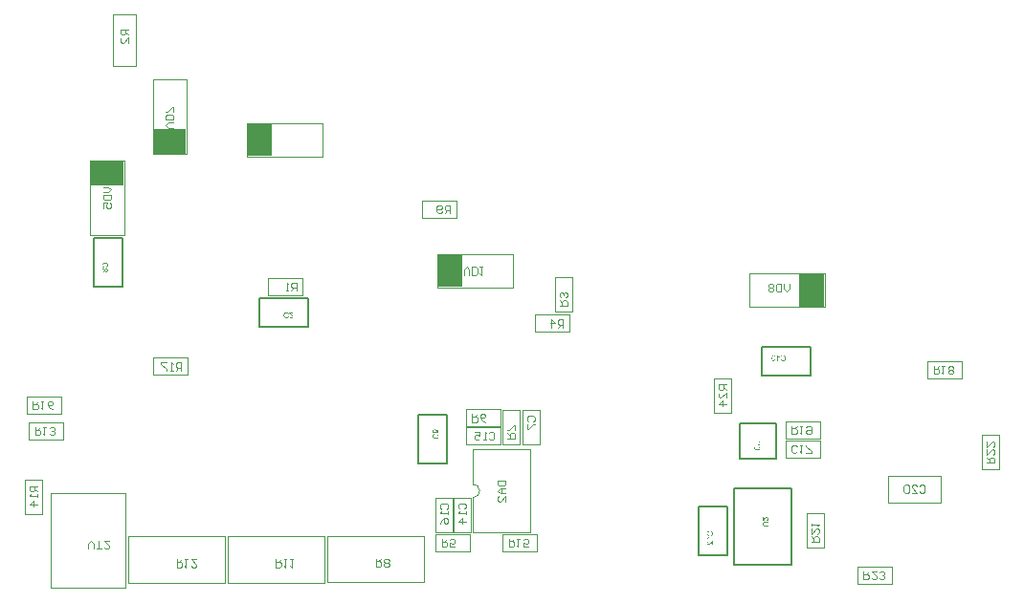
<source format=gbr>
%TF.GenerationSoftware,Altium Limited,Altium Designer,21.6.4 (81)*%
G04 Layer_Color=32896*
%FSLAX43Y43*%
%MOMM*%
%TF.SameCoordinates,100B324C-8CEB-4A13-B8D1-7C84912F4746*%
%TF.FilePolarity,Positive*%
%TF.FileFunction,Other,Bottom_Assembly*%
%TF.Part,Single*%
G01*
G75*
%TA.AperFunction,NonConductor*%
%ADD77C,0.200*%
%ADD107C,0.100*%
%ADD148R,2.250X3.000*%
%ADD149R,3.000X2.250*%
G36*
X67495Y13172D02*
X67509Y13172D01*
X67521Y13170D01*
X67532Y13169D01*
X67543Y13167D01*
X67552Y13165D01*
X67561Y13164D01*
X67569Y13162D01*
X67576Y13160D01*
X67582Y13158D01*
X67586Y13157D01*
X67590Y13155D01*
X67593Y13155D01*
X67594Y13154D01*
X67595D01*
X67611Y13146D01*
X67626Y13135D01*
X67638Y13125D01*
X67648Y13114D01*
X67657Y13104D01*
X67662Y13096D01*
X67664Y13093D01*
X67665Y13091D01*
X67667Y13090D01*
Y13089D01*
X67675Y13070D01*
X67681Y13051D01*
X67685Y13031D01*
X67688Y13013D01*
X67689Y13005D01*
X67690Y12997D01*
X67690Y12989D01*
Y12983D01*
X67691Y12978D01*
Y12971D01*
X67690Y12945D01*
X67688Y12933D01*
X67687Y12922D01*
X67685Y12911D01*
X67682Y12901D01*
X67680Y12892D01*
X67677Y12884D01*
X67674Y12877D01*
X67672Y12871D01*
X67670Y12865D01*
X67668Y12861D01*
X67665Y12857D01*
X67665Y12855D01*
X67663Y12853D01*
Y12852D01*
X67652Y12836D01*
X67640Y12823D01*
X67628Y12812D01*
X67616Y12804D01*
X67605Y12797D01*
X67597Y12793D01*
X67594Y12791D01*
X67592Y12790D01*
X67591Y12789D01*
X67590D01*
X67581Y12786D01*
X67572Y12783D01*
X67552Y12778D01*
X67531Y12776D01*
X67511Y12773D01*
X67502Y12773D01*
X67493Y12772D01*
X67486D01*
X67479Y12771D01*
X67474D01*
X67470D01*
X67467D01*
X67467D01*
X67171D01*
Y12839D01*
X67467D01*
X67484D01*
X67500Y12841D01*
X67514Y12842D01*
X67527Y12844D01*
X67539Y12847D01*
X67550Y12849D01*
X67560Y12852D01*
X67568Y12855D01*
X67574Y12858D01*
X67581Y12861D01*
X67586Y12863D01*
X67590Y12866D01*
X67593Y12868D01*
X67595Y12869D01*
X67596Y12870D01*
X67597Y12871D01*
X67603Y12878D01*
X67608Y12885D01*
X67616Y12901D01*
X67622Y12918D01*
X67625Y12936D01*
X67628Y12952D01*
X67629Y12959D01*
Y12965D01*
X67630Y12970D01*
Y12977D01*
X67629Y12993D01*
X67627Y13007D01*
X67625Y13020D01*
X67621Y13031D01*
X67618Y13039D01*
X67616Y13046D01*
X67614Y13050D01*
X67613Y13051D01*
X67606Y13062D01*
X67598Y13070D01*
X67590Y13078D01*
X67583Y13083D01*
X67575Y13087D01*
X67570Y13091D01*
X67566Y13093D01*
X67565Y13093D01*
X67558Y13096D01*
X67552Y13097D01*
X67536Y13100D01*
X67520Y13102D01*
X67504Y13104D01*
X67489Y13104D01*
X67483D01*
X67478Y13105D01*
X67473D01*
X67469D01*
X67467D01*
X67467D01*
X67171D01*
Y13173D01*
X67467D01*
X67481D01*
X67495Y13172D01*
D02*
G37*
G36*
X67559Y12682D02*
X67570Y12679D01*
X67591Y12673D01*
X67608Y12665D01*
X67616Y12660D01*
X67623Y12656D01*
X67630Y12651D01*
X67635Y12647D01*
X67640Y12643D01*
X67644Y12640D01*
X67647Y12637D01*
X67649Y12635D01*
X67651Y12634D01*
X67651Y12633D01*
X67658Y12624D01*
X67665Y12615D01*
X67670Y12606D01*
X67674Y12597D01*
X67682Y12578D01*
X67686Y12560D01*
X67688Y12552D01*
X67689Y12545D01*
X67690Y12538D01*
X67690Y12532D01*
X67691Y12528D01*
Y12521D01*
X67690Y12507D01*
X67689Y12495D01*
X67687Y12482D01*
X67684Y12470D01*
X67680Y12459D01*
X67676Y12450D01*
X67672Y12440D01*
X67668Y12432D01*
X67664Y12424D01*
X67659Y12417D01*
X67656Y12411D01*
X67652Y12407D01*
X67649Y12403D01*
X67647Y12400D01*
X67645Y12399D01*
X67645Y12398D01*
X67636Y12389D01*
X67626Y12382D01*
X67617Y12375D01*
X67607Y12369D01*
X67598Y12365D01*
X67589Y12360D01*
X67571Y12354D01*
X67563Y12353D01*
X67555Y12351D01*
X67549Y12350D01*
X67543Y12349D01*
X67538Y12348D01*
X67535D01*
X67532D01*
X67532D01*
X67514Y12349D01*
X67498Y12352D01*
X67484Y12356D01*
X67472Y12361D01*
X67462Y12365D01*
X67455Y12370D01*
X67450Y12373D01*
X67449Y12373D01*
X67438Y12384D01*
X67428Y12395D01*
X67421Y12407D01*
X67415Y12419D01*
X67410Y12429D01*
X67407Y12437D01*
X67407Y12440D01*
X67406Y12442D01*
X67405Y12444D01*
Y12444D01*
X67399Y12432D01*
X67392Y12421D01*
X67384Y12413D01*
X67378Y12405D01*
X67372Y12399D01*
X67367Y12395D01*
X67364Y12393D01*
X67362Y12392D01*
X67352Y12386D01*
X67342Y12382D01*
X67331Y12378D01*
X67322Y12376D01*
X67314Y12374D01*
X67308Y12373D01*
X67303D01*
X67302D01*
X67289Y12374D01*
X67277Y12376D01*
X67266Y12379D01*
X67256Y12383D01*
X67248Y12387D01*
X67241Y12390D01*
X67237Y12392D01*
X67236Y12393D01*
X67225Y12400D01*
X67215Y12409D01*
X67207Y12418D01*
X67200Y12427D01*
X67195Y12434D01*
X67190Y12441D01*
X67188Y12445D01*
X67187Y12446D01*
Y12447D01*
X67181Y12460D01*
X67177Y12473D01*
X67173Y12487D01*
X67171Y12498D01*
X67169Y12508D01*
X67169Y12516D01*
Y12535D01*
X67170Y12545D01*
X67174Y12565D01*
X67180Y12582D01*
X67186Y12597D01*
X67189Y12603D01*
X67192Y12608D01*
X67195Y12614D01*
X67198Y12617D01*
X67200Y12620D01*
X67202Y12623D01*
X67203Y12624D01*
X67203Y12625D01*
X67217Y12639D01*
X67233Y12650D01*
X67249Y12659D01*
X67266Y12666D01*
X67280Y12671D01*
X67285Y12673D01*
X67291Y12674D01*
X67295Y12675D01*
X67298Y12676D01*
X67300Y12677D01*
X67301D01*
X67312Y12614D01*
X67296Y12611D01*
X67282Y12606D01*
X67270Y12601D01*
X67260Y12596D01*
X67253Y12591D01*
X67248Y12586D01*
X67244Y12583D01*
X67243Y12583D01*
X67236Y12573D01*
X67230Y12563D01*
X67226Y12553D01*
X67223Y12543D01*
X67222Y12535D01*
X67220Y12528D01*
Y12522D01*
X67221Y12509D01*
X67224Y12497D01*
X67228Y12487D01*
X67231Y12478D01*
X67236Y12471D01*
X67240Y12466D01*
X67243Y12462D01*
X67243Y12461D01*
X67252Y12453D01*
X67262Y12447D01*
X67271Y12444D01*
X67280Y12441D01*
X67288Y12439D01*
X67294Y12438D01*
X67299D01*
X67299D01*
X67300D01*
X67308D01*
X67316Y12439D01*
X67328Y12443D01*
X67339Y12448D01*
X67349Y12454D01*
X67356Y12460D01*
X67361Y12465D01*
X67364Y12469D01*
X67365Y12470D01*
Y12470D01*
X67371Y12483D01*
X67376Y12495D01*
X67380Y12507D01*
X67382Y12518D01*
X67384Y12528D01*
X67385Y12536D01*
Y12546D01*
X67384Y12549D01*
Y12552D01*
X67440Y12560D01*
X67438Y12550D01*
X67436Y12541D01*
X67435Y12534D01*
X67434Y12527D01*
X67433Y12522D01*
Y12515D01*
X67435Y12500D01*
X67438Y12486D01*
X67442Y12473D01*
X67447Y12463D01*
X67452Y12455D01*
X67457Y12449D01*
X67460Y12445D01*
X67461Y12444D01*
X67472Y12434D01*
X67484Y12427D01*
X67496Y12421D01*
X67508Y12419D01*
X67518Y12416D01*
X67526Y12416D01*
X67529Y12415D01*
X67531D01*
X67532D01*
X67533D01*
X67549Y12416D01*
X67564Y12420D01*
X67577Y12424D01*
X67588Y12430D01*
X67597Y12436D01*
X67603Y12441D01*
X67608Y12444D01*
X67609Y12446D01*
X67620Y12458D01*
X67627Y12470D01*
X67632Y12483D01*
X67636Y12495D01*
X67638Y12505D01*
X67639Y12513D01*
X67640Y12516D01*
Y12521D01*
X67639Y12534D01*
X67636Y12546D01*
X67632Y12557D01*
X67628Y12566D01*
X67624Y12574D01*
X67620Y12580D01*
X67617Y12583D01*
X67617Y12584D01*
X67606Y12593D01*
X67594Y12600D01*
X67582Y12607D01*
X67569Y12612D01*
X67557Y12616D01*
X67552Y12617D01*
X67548Y12618D01*
X67544Y12619D01*
X67541Y12620D01*
X67540Y12620D01*
X67539D01*
X67547Y12683D01*
X67559Y12682D01*
D02*
G37*
G36*
X67964Y6176D02*
X67976Y6185D01*
X67981Y6190D01*
X67987Y6193D01*
X67991Y6197D01*
X67994Y6200D01*
X67996Y6202D01*
X67997Y6203D01*
X68001Y6207D01*
X68004Y6211D01*
X68014Y6221D01*
X68025Y6233D01*
X68036Y6246D01*
X68046Y6258D01*
X68050Y6263D01*
X68055Y6267D01*
X68058Y6271D01*
X68060Y6274D01*
X68061Y6275D01*
X68062Y6276D01*
X68072Y6288D01*
X68082Y6300D01*
X68092Y6310D01*
X68100Y6320D01*
X68108Y6329D01*
X68115Y6336D01*
X68122Y6343D01*
X68128Y6349D01*
X68134Y6355D01*
X68138Y6360D01*
X68142Y6363D01*
X68145Y6367D01*
X68150Y6371D01*
X68151Y6372D01*
X68164Y6383D01*
X68175Y6391D01*
X68186Y6399D01*
X68195Y6405D01*
X68203Y6409D01*
X68209Y6412D01*
X68213Y6414D01*
X68214Y6414D01*
X68225Y6419D01*
X68236Y6422D01*
X68247Y6425D01*
X68256Y6426D01*
X68264Y6427D01*
X68270Y6428D01*
X68273D01*
X68275D01*
X68286Y6427D01*
X68296Y6425D01*
X68307Y6424D01*
X68315Y6421D01*
X68333Y6414D01*
X68347Y6406D01*
X68354Y6402D01*
X68359Y6398D01*
X68364Y6394D01*
X68368Y6391D01*
X68371Y6388D01*
X68374Y6386D01*
X68375Y6385D01*
X68375Y6384D01*
X68383Y6376D01*
X68389Y6367D01*
X68395Y6357D01*
X68399Y6348D01*
X68406Y6329D01*
X68412Y6309D01*
X68413Y6301D01*
X68415Y6293D01*
X68415Y6286D01*
X68416Y6280D01*
X68417Y6275D01*
Y6267D01*
X68416Y6254D01*
X68415Y6241D01*
X68413Y6230D01*
X68411Y6218D01*
X68408Y6208D01*
X68405Y6199D01*
X68401Y6190D01*
X68398Y6182D01*
X68394Y6174D01*
X68390Y6168D01*
X68387Y6163D01*
X68384Y6159D01*
X68382Y6155D01*
X68380Y6153D01*
X68379Y6151D01*
X68378Y6150D01*
X68371Y6143D01*
X68363Y6136D01*
X68354Y6130D01*
X68345Y6125D01*
X68327Y6116D01*
X68310Y6110D01*
X68301Y6108D01*
X68293Y6105D01*
X68287Y6104D01*
X68281Y6102D01*
X68276Y6102D01*
X68272D01*
X68270Y6101D01*
X68269D01*
X68262Y6165D01*
X68279Y6167D01*
X68294Y6170D01*
X68307Y6174D01*
X68318Y6179D01*
X68327Y6184D01*
X68332Y6188D01*
X68336Y6191D01*
X68338Y6193D01*
X68347Y6204D01*
X68353Y6216D01*
X68358Y6228D01*
X68361Y6239D01*
X68364Y6250D01*
X68364Y6258D01*
X68365Y6261D01*
Y6266D01*
X68364Y6281D01*
X68361Y6295D01*
X68357Y6307D01*
X68352Y6318D01*
X68347Y6326D01*
X68344Y6331D01*
X68341Y6335D01*
X68339Y6336D01*
X68329Y6345D01*
X68318Y6352D01*
X68308Y6357D01*
X68298Y6360D01*
X68290Y6362D01*
X68282Y6363D01*
X68278Y6363D01*
X68277D01*
X68276D01*
X68263Y6362D01*
X68249Y6359D01*
X68236Y6354D01*
X68225Y6349D01*
X68215Y6343D01*
X68207Y6337D01*
X68204Y6336D01*
X68202Y6335D01*
X68201Y6333D01*
X68200D01*
X68192Y6327D01*
X68184Y6320D01*
X68175Y6312D01*
X68166Y6303D01*
X68148Y6284D01*
X68131Y6266D01*
X68123Y6256D01*
X68115Y6248D01*
X68109Y6240D01*
X68103Y6233D01*
X68098Y6228D01*
X68094Y6224D01*
X68092Y6221D01*
X68092Y6220D01*
X68076Y6201D01*
X68061Y6184D01*
X68048Y6170D01*
X68037Y6159D01*
X68027Y6150D01*
X68021Y6143D01*
X68016Y6139D01*
X68015Y6138D01*
X68015D01*
X68002Y6128D01*
X67990Y6119D01*
X67978Y6112D01*
X67968Y6106D01*
X67959Y6102D01*
X67953Y6099D01*
X67948Y6097D01*
X67947Y6097D01*
X67947D01*
X67939Y6094D01*
X67931Y6092D01*
X67924Y6091D01*
X67917Y6090D01*
X67911Y6089D01*
X67907D01*
X67904D01*
X67903D01*
Y6428D01*
X67964D01*
Y6176D01*
D02*
G37*
G36*
X68415Y5943D02*
X68119D01*
X68102D01*
X68086Y5941D01*
X68072Y5940D01*
X68058Y5938D01*
X68046Y5935D01*
X68035Y5932D01*
X68026Y5930D01*
X68018Y5927D01*
X68011Y5924D01*
X68004Y5921D01*
X68000Y5918D01*
X67995Y5916D01*
X67992Y5914D01*
X67990Y5912D01*
X67990Y5912D01*
X67989Y5911D01*
X67983Y5904D01*
X67978Y5897D01*
X67970Y5881D01*
X67964Y5864D01*
X67960Y5846D01*
X67957Y5830D01*
X67956Y5823D01*
Y5816D01*
X67956Y5812D01*
Y5805D01*
X67956Y5789D01*
X67958Y5775D01*
X67961Y5762D01*
X67964Y5751D01*
X67967Y5742D01*
X67970Y5736D01*
X67972Y5732D01*
X67973Y5731D01*
X67979Y5720D01*
X67987Y5711D01*
X67995Y5704D01*
X68003Y5699D01*
X68010Y5694D01*
X68015Y5691D01*
X68019Y5689D01*
X68021Y5689D01*
X68027Y5686D01*
X68034Y5685D01*
X68049Y5682D01*
X68066Y5680D01*
X68082Y5678D01*
X68096Y5677D01*
X68103D01*
X68108Y5677D01*
X68112D01*
X68116D01*
X68118D01*
X68119D01*
X68415D01*
Y5609D01*
X68119D01*
X68104D01*
X68090Y5609D01*
X68077Y5610D01*
X68064Y5612D01*
X68053Y5613D01*
X68043Y5615D01*
X68033Y5617D01*
X68024Y5618D01*
X68016Y5620D01*
X68009Y5622D01*
X68004Y5623D01*
X67999Y5625D01*
X67995Y5626D01*
X67992Y5627D01*
X67991Y5628D01*
X67990D01*
X67974Y5636D01*
X67959Y5646D01*
X67947Y5657D01*
X67937Y5668D01*
X67929Y5677D01*
X67923Y5686D01*
X67922Y5689D01*
X67920Y5691D01*
X67919Y5692D01*
Y5693D01*
X67910Y5711D01*
X67905Y5731D01*
X67900Y5751D01*
X67897Y5769D01*
X67896Y5777D01*
X67896Y5785D01*
X67895Y5793D01*
Y5799D01*
X67894Y5804D01*
Y5810D01*
X67896Y5837D01*
X67897Y5849D01*
X67899Y5860D01*
X67901Y5871D01*
X67903Y5881D01*
X67905Y5890D01*
X67908Y5898D01*
X67911Y5905D01*
X67913Y5911D01*
X67916Y5917D01*
X67918Y5921D01*
X67920Y5925D01*
X67921Y5927D01*
X67922Y5929D01*
Y5929D01*
X67933Y5946D01*
X67946Y5959D01*
X67958Y5969D01*
X67970Y5978D01*
X67980Y5985D01*
X67988Y5989D01*
X67991Y5991D01*
X67993Y5992D01*
X67995Y5993D01*
X67995D01*
X68004Y5996D01*
X68014Y5999D01*
X68034Y6003D01*
X68055Y6006D01*
X68075Y6009D01*
X68083Y6009D01*
X68092Y6010D01*
X68100D01*
X68106Y6011D01*
X68111D01*
X68115D01*
X68118D01*
X68119D01*
X68415D01*
Y5943D01*
D02*
G37*
G36*
X63250Y5216D02*
X63275Y5213D01*
X63298Y5210D01*
X63309Y5207D01*
X63319Y5205D01*
X63328Y5202D01*
X63336Y5199D01*
X63343Y5197D01*
X63349Y5196D01*
X63354Y5193D01*
X63358Y5193D01*
X63360Y5191D01*
X63360D01*
X63383Y5180D01*
X63403Y5168D01*
X63420Y5154D01*
X63426Y5148D01*
X63433Y5142D01*
X63439Y5136D01*
X63444Y5130D01*
X63448Y5125D01*
X63451Y5120D01*
X63454Y5117D01*
X63457Y5114D01*
X63457Y5113D01*
X63458Y5112D01*
X63464Y5102D01*
X63469Y5091D01*
X63477Y5069D01*
X63483Y5047D01*
X63487Y5026D01*
X63488Y5015D01*
X63490Y5006D01*
X63491Y4998D01*
Y4992D01*
X63491Y4986D01*
Y4978D01*
X63491Y4963D01*
X63489Y4949D01*
X63488Y4936D01*
X63485Y4923D01*
X63481Y4911D01*
X63477Y4900D01*
X63474Y4890D01*
X63469Y4880D01*
X63465Y4872D01*
X63462Y4864D01*
X63458Y4858D01*
X63454Y4852D01*
X63451Y4848D01*
X63450Y4845D01*
X63448Y4843D01*
X63448Y4842D01*
X63439Y4832D01*
X63430Y4823D01*
X63420Y4815D01*
X63409Y4807D01*
X63389Y4794D01*
X63368Y4783D01*
X63358Y4779D01*
X63349Y4775D01*
X63341Y4772D01*
X63335Y4770D01*
X63329Y4768D01*
X63324Y4766D01*
X63321Y4766D01*
X63321D01*
X63304Y4833D01*
X63315Y4836D01*
X63326Y4840D01*
X63337Y4844D01*
X63346Y4848D01*
X63355Y4852D01*
X63363Y4856D01*
X63370Y4862D01*
X63377Y4866D01*
X63383Y4870D01*
X63387Y4874D01*
X63392Y4878D01*
X63395Y4881D01*
X63397Y4884D01*
X63400Y4886D01*
X63400Y4887D01*
X63401Y4887D01*
X63407Y4895D01*
X63411Y4903D01*
X63420Y4919D01*
X63426Y4935D01*
X63429Y4950D01*
X63432Y4964D01*
X63433Y4969D01*
Y4974D01*
X63434Y4978D01*
Y4984D01*
X63433Y5001D01*
X63430Y5017D01*
X63426Y5032D01*
X63422Y5045D01*
X63417Y5055D01*
X63415Y5060D01*
X63414Y5063D01*
X63412Y5066D01*
X63411Y5069D01*
X63410Y5070D01*
Y5071D01*
X63400Y5085D01*
X63389Y5097D01*
X63376Y5107D01*
X63364Y5115D01*
X63354Y5122D01*
X63345Y5126D01*
X63341Y5128D01*
X63339Y5129D01*
X63338Y5130D01*
X63337D01*
X63318Y5136D01*
X63298Y5140D01*
X63279Y5144D01*
X63261Y5146D01*
X63253Y5147D01*
X63246Y5148D01*
X63239D01*
X63234Y5148D01*
X63230D01*
X63226D01*
X63224D01*
X63223D01*
X63204Y5148D01*
X63186Y5146D01*
X63170Y5143D01*
X63155Y5140D01*
X63142Y5138D01*
X63137Y5137D01*
X63133Y5135D01*
X63129Y5134D01*
X63127Y5134D01*
X63125Y5133D01*
X63125D01*
X63108Y5125D01*
X63092Y5117D01*
X63080Y5108D01*
X63069Y5099D01*
X63060Y5091D01*
X63054Y5084D01*
X63050Y5079D01*
X63049Y5078D01*
Y5077D01*
X63039Y5062D01*
X63032Y5045D01*
X63026Y5029D01*
X63023Y5013D01*
X63021Y4999D01*
X63020Y4993D01*
Y4988D01*
X63020Y4984D01*
Y4978D01*
X63020Y4960D01*
X63023Y4943D01*
X63028Y4929D01*
X63032Y4916D01*
X63037Y4907D01*
X63041Y4899D01*
X63044Y4895D01*
X63046Y4893D01*
X63057Y4882D01*
X63069Y4870D01*
X63083Y4862D01*
X63096Y4854D01*
X63108Y4848D01*
X63114Y4846D01*
X63118Y4845D01*
X63122Y4843D01*
X63125Y4842D01*
X63126Y4841D01*
X63127D01*
X63111Y4774D01*
X63098Y4779D01*
X63086Y4783D01*
X63075Y4789D01*
X63064Y4794D01*
X63054Y4800D01*
X63046Y4807D01*
X63037Y4813D01*
X63029Y4819D01*
X63023Y4825D01*
X63018Y4830D01*
X63012Y4835D01*
X63009Y4839D01*
X63005Y4842D01*
X63003Y4845D01*
X63002Y4847D01*
X63001Y4848D01*
X62995Y4858D01*
X62988Y4868D01*
X62983Y4879D01*
X62978Y4890D01*
X62972Y4912D01*
X62967Y4932D01*
X62965Y4941D01*
X62964Y4950D01*
X62964Y4958D01*
X62963Y4964D01*
X62962Y4970D01*
Y4977D01*
X62964Y5001D01*
X62967Y5025D01*
X62972Y5046D01*
X62975Y5055D01*
X62978Y5064D01*
X62981Y5072D01*
X62984Y5080D01*
X62986Y5086D01*
X62988Y5091D01*
X62990Y5095D01*
X62992Y5098D01*
X62992Y5100D01*
X62993Y5101D01*
X63006Y5121D01*
X63020Y5138D01*
X63035Y5153D01*
X63050Y5165D01*
X63063Y5175D01*
X63069Y5179D01*
X63074Y5182D01*
X63078Y5185D01*
X63081Y5186D01*
X63083Y5187D01*
X63084Y5188D01*
X63107Y5198D01*
X63131Y5205D01*
X63154Y5210D01*
X63176Y5214D01*
X63185Y5216D01*
X63195Y5216D01*
X63202Y5217D01*
X63210D01*
X63215Y5218D01*
X63219D01*
X63222D01*
X63223D01*
X63250Y5216D01*
D02*
G37*
G36*
X63154Y4649D02*
X63148Y4638D01*
X63143Y4627D01*
X63138Y4616D01*
X63134Y4607D01*
X63130Y4600D01*
X63127Y4595D01*
X63126Y4595D01*
Y4594D01*
X63118Y4581D01*
X63110Y4569D01*
X63103Y4559D01*
X63096Y4550D01*
X63091Y4543D01*
X63086Y4539D01*
X63083Y4535D01*
X63083Y4534D01*
X63482D01*
Y4471D01*
X62969D01*
Y4512D01*
X62981Y4519D01*
X62993Y4527D01*
X63005Y4537D01*
X63015Y4546D01*
X63024Y4555D01*
X63032Y4561D01*
X63034Y4564D01*
X63036Y4567D01*
X63037Y4567D01*
X63037Y4568D01*
X63050Y4584D01*
X63062Y4599D01*
X63072Y4614D01*
X63080Y4629D01*
X63088Y4641D01*
X63091Y4647D01*
X63093Y4651D01*
X63095Y4655D01*
X63096Y4658D01*
X63097Y4659D01*
Y4660D01*
X63158D01*
X63154Y4649D01*
D02*
G37*
G36*
X63482Y3980D02*
X63422D01*
Y4232D01*
X63409Y4223D01*
X63404Y4219D01*
X63399Y4215D01*
X63394Y4211D01*
X63392Y4208D01*
X63389Y4206D01*
X63389Y4205D01*
X63385Y4202D01*
X63381Y4197D01*
X63372Y4187D01*
X63360Y4175D01*
X63349Y4162D01*
X63340Y4151D01*
X63335Y4145D01*
X63331Y4141D01*
X63328Y4137D01*
X63326Y4134D01*
X63324Y4133D01*
X63324Y4132D01*
X63313Y4120D01*
X63304Y4108D01*
X63294Y4098D01*
X63286Y4088D01*
X63278Y4080D01*
X63270Y4072D01*
X63264Y4065D01*
X63258Y4059D01*
X63252Y4053D01*
X63247Y4049D01*
X63244Y4045D01*
X63240Y4041D01*
X63236Y4037D01*
X63234Y4036D01*
X63222Y4026D01*
X63210Y4017D01*
X63199Y4009D01*
X63190Y4003D01*
X63182Y3999D01*
X63176Y3996D01*
X63173Y3995D01*
X63171Y3994D01*
X63160Y3989D01*
X63149Y3986D01*
X63139Y3983D01*
X63130Y3982D01*
X63122Y3981D01*
X63116Y3981D01*
X63112D01*
X63111D01*
X63100Y3981D01*
X63089Y3983D01*
X63079Y3984D01*
X63070Y3987D01*
X63052Y3995D01*
X63038Y4002D01*
X63032Y4006D01*
X63026Y4010D01*
X63021Y4014D01*
X63018Y4017D01*
X63015Y4020D01*
X63012Y4022D01*
X63011Y4023D01*
X63010Y4024D01*
X63003Y4032D01*
X62996Y4041D01*
X62991Y4051D01*
X62986Y4060D01*
X62979Y4080D01*
X62974Y4099D01*
X62972Y4107D01*
X62971Y4115D01*
X62970Y4122D01*
X62969Y4128D01*
X62969Y4134D01*
Y4141D01*
X62969Y4154D01*
X62970Y4167D01*
X62972Y4179D01*
X62975Y4190D01*
X62978Y4200D01*
X62981Y4210D01*
X62984Y4219D01*
X62988Y4227D01*
X62992Y4234D01*
X62995Y4240D01*
X62998Y4245D01*
X63001Y4250D01*
X63003Y4253D01*
X63006Y4255D01*
X63006Y4257D01*
X63007Y4258D01*
X63015Y4265D01*
X63023Y4272D01*
X63032Y4278D01*
X63040Y4284D01*
X63058Y4292D01*
X63076Y4298D01*
X63084Y4301D01*
X63092Y4303D01*
X63099Y4304D01*
X63105Y4306D01*
X63110Y4306D01*
X63114D01*
X63116Y4307D01*
X63117D01*
X63123Y4243D01*
X63106Y4241D01*
X63091Y4238D01*
X63078Y4234D01*
X63068Y4229D01*
X63059Y4224D01*
X63053Y4220D01*
X63049Y4217D01*
X63048Y4216D01*
X63039Y4204D01*
X63032Y4193D01*
X63027Y4180D01*
X63024Y4169D01*
X63022Y4159D01*
X63021Y4150D01*
X63020Y4147D01*
Y4142D01*
X63021Y4127D01*
X63024Y4113D01*
X63029Y4101D01*
X63033Y4091D01*
X63038Y4083D01*
X63042Y4077D01*
X63045Y4074D01*
X63046Y4072D01*
X63057Y4063D01*
X63067Y4057D01*
X63077Y4051D01*
X63088Y4049D01*
X63096Y4046D01*
X63103Y4046D01*
X63108Y4045D01*
X63108D01*
X63109D01*
X63122Y4046D01*
X63137Y4049D01*
X63149Y4054D01*
X63161Y4060D01*
X63171Y4066D01*
X63179Y4071D01*
X63182Y4072D01*
X63184Y4074D01*
X63185Y4075D01*
X63185D01*
X63193Y4081D01*
X63202Y4088D01*
X63210Y4097D01*
X63219Y4105D01*
X63237Y4124D01*
X63255Y4142D01*
X63263Y4152D01*
X63270Y4160D01*
X63277Y4168D01*
X63283Y4175D01*
X63287Y4180D01*
X63291Y4185D01*
X63293Y4187D01*
X63294Y4188D01*
X63309Y4207D01*
X63324Y4224D01*
X63338Y4238D01*
X63349Y4249D01*
X63358Y4258D01*
X63365Y4265D01*
X63369Y4269D01*
X63370Y4270D01*
X63371D01*
X63383Y4281D01*
X63395Y4289D01*
X63407Y4296D01*
X63417Y4302D01*
X63426Y4306D01*
X63433Y4309D01*
X63437Y4311D01*
X63438Y4312D01*
X63439D01*
X63447Y4315D01*
X63454Y4316D01*
X63462Y4318D01*
X63468Y4318D01*
X63474Y4319D01*
X63479D01*
X63482D01*
X63482D01*
Y3980D01*
D02*
G37*
G36*
X9741Y28980D02*
X9766Y28977D01*
X9789Y28973D01*
X9800Y28970D01*
X9810Y28968D01*
X9819Y28966D01*
X9827Y28963D01*
X9834Y28961D01*
X9840Y28959D01*
X9845Y28957D01*
X9848Y28956D01*
X9851Y28955D01*
X9851D01*
X9874Y28944D01*
X9894Y28931D01*
X9911Y28918D01*
X9917Y28911D01*
X9924Y28905D01*
X9930Y28899D01*
X9935Y28893D01*
X9939Y28888D01*
X9942Y28884D01*
X9945Y28881D01*
X9947Y28878D01*
X9948Y28876D01*
X9949Y28876D01*
X9955Y28865D01*
X9960Y28855D01*
X9968Y28833D01*
X9974Y28811D01*
X9978Y28789D01*
X9979Y28779D01*
X9981Y28770D01*
X9981Y28762D01*
Y28755D01*
X9982Y28749D01*
Y28741D01*
X9981Y28726D01*
X9980Y28712D01*
X9979Y28699D01*
X9976Y28687D01*
X9972Y28675D01*
X9968Y28664D01*
X9964Y28653D01*
X9960Y28644D01*
X9956Y28635D01*
X9953Y28627D01*
X9949Y28621D01*
X9945Y28616D01*
X9942Y28612D01*
X9941Y28608D01*
X9939Y28607D01*
X9939Y28606D01*
X9930Y28596D01*
X9921Y28587D01*
X9911Y28579D01*
X9900Y28570D01*
X9879Y28557D01*
X9859Y28547D01*
X9849Y28542D01*
X9840Y28539D01*
X9832Y28536D01*
X9826Y28533D01*
X9820Y28531D01*
X9815Y28530D01*
X9812Y28529D01*
X9811D01*
X9794Y28597D01*
X9806Y28600D01*
X9817Y28604D01*
X9828Y28607D01*
X9837Y28611D01*
X9846Y28616D01*
X9854Y28620D01*
X9861Y28625D01*
X9868Y28630D01*
X9874Y28633D01*
X9878Y28638D01*
X9882Y28641D01*
X9886Y28644D01*
X9888Y28647D01*
X9891Y28650D01*
X9891Y28650D01*
X9892Y28651D01*
X9898Y28658D01*
X9902Y28667D01*
X9911Y28683D01*
X9916Y28698D01*
X9920Y28714D01*
X9923Y28727D01*
X9924Y28732D01*
Y28737D01*
X9925Y28742D01*
Y28747D01*
X9924Y28764D01*
X9921Y28780D01*
X9917Y28795D01*
X9913Y28808D01*
X9908Y28819D01*
X9906Y28823D01*
X9905Y28827D01*
X9903Y28830D01*
X9902Y28832D01*
X9901Y28834D01*
Y28834D01*
X9891Y28848D01*
X9879Y28860D01*
X9867Y28871D01*
X9855Y28879D01*
X9845Y28885D01*
X9836Y28890D01*
X9832Y28891D01*
X9830Y28893D01*
X9828Y28893D01*
X9828D01*
X9809Y28899D01*
X9789Y28904D01*
X9770Y28907D01*
X9752Y28910D01*
X9744Y28910D01*
X9737Y28911D01*
X9730D01*
X9725Y28912D01*
X9721D01*
X9717D01*
X9715D01*
X9714D01*
X9695Y28911D01*
X9677Y28910D01*
X9661Y28907D01*
X9646Y28904D01*
X9633Y28902D01*
X9628Y28900D01*
X9624Y28899D01*
X9620Y28898D01*
X9618Y28897D01*
X9616Y28896D01*
X9616D01*
X9599Y28889D01*
X9583Y28881D01*
X9571Y28872D01*
X9559Y28862D01*
X9551Y28854D01*
X9545Y28848D01*
X9541Y28842D01*
X9539Y28842D01*
Y28841D01*
X9530Y28825D01*
X9522Y28808D01*
X9517Y28792D01*
X9514Y28777D01*
X9512Y28763D01*
X9511Y28757D01*
Y28752D01*
X9511Y28748D01*
Y28742D01*
X9511Y28723D01*
X9514Y28706D01*
X9519Y28692D01*
X9523Y28680D01*
X9528Y28670D01*
X9532Y28663D01*
X9535Y28658D01*
X9537Y28657D01*
X9548Y28645D01*
X9560Y28634D01*
X9573Y28625D01*
X9587Y28618D01*
X9599Y28612D01*
X9605Y28610D01*
X9609Y28608D01*
X9613Y28607D01*
X9616Y28605D01*
X9617Y28604D01*
X9618D01*
X9602Y28538D01*
X9589Y28542D01*
X9577Y28547D01*
X9566Y28553D01*
X9555Y28558D01*
X9545Y28564D01*
X9537Y28570D01*
X9528Y28576D01*
X9520Y28582D01*
X9514Y28588D01*
X9508Y28593D01*
X9503Y28599D01*
X9500Y28602D01*
X9496Y28606D01*
X9494Y28609D01*
X9493Y28610D01*
X9492Y28611D01*
X9486Y28621D01*
X9479Y28632D01*
X9474Y28642D01*
X9469Y28653D01*
X9463Y28675D01*
X9458Y28695D01*
X9456Y28705D01*
X9455Y28713D01*
X9454Y28721D01*
X9454Y28728D01*
X9453Y28733D01*
Y28740D01*
X9454Y28765D01*
X9458Y28788D01*
X9463Y28809D01*
X9466Y28819D01*
X9469Y28828D01*
X9471Y28836D01*
X9474Y28843D01*
X9477Y28849D01*
X9479Y28855D01*
X9481Y28859D01*
X9483Y28862D01*
X9483Y28864D01*
X9484Y28865D01*
X9497Y28885D01*
X9511Y28902D01*
X9526Y28916D01*
X9541Y28929D01*
X9554Y28939D01*
X9560Y28942D01*
X9565Y28945D01*
X9569Y28948D01*
X9572Y28950D01*
X9574Y28950D01*
X9575Y28951D01*
X9598Y28961D01*
X9622Y28969D01*
X9645Y28974D01*
X9667Y28978D01*
X9676Y28979D01*
X9686Y28980D01*
X9693Y28981D01*
X9701D01*
X9706Y28981D01*
X9710D01*
X9713D01*
X9714D01*
X9741Y28980D01*
D02*
G37*
G36*
X9838Y28471D02*
X9850Y28470D01*
X9861Y28468D01*
X9872Y28465D01*
X9891Y28457D01*
X9899Y28454D01*
X9907Y28449D01*
X9914Y28445D01*
X9920Y28441D01*
X9925Y28437D01*
X9930Y28434D01*
X9933Y28431D01*
X9936Y28429D01*
X9937Y28427D01*
X9938Y28426D01*
X9946Y28417D01*
X9953Y28408D01*
X9959Y28397D01*
X9964Y28387D01*
X9967Y28378D01*
X9971Y28367D01*
X9976Y28347D01*
X9979Y28338D01*
X9980Y28330D01*
X9981Y28323D01*
X9981Y28316D01*
X9982Y28311D01*
Y28304D01*
X9981Y28290D01*
X9980Y28277D01*
X9978Y28264D01*
X9976Y28253D01*
X9972Y28242D01*
X9968Y28232D01*
X9964Y28222D01*
X9960Y28214D01*
X9956Y28207D01*
X9952Y28200D01*
X9948Y28195D01*
X9945Y28190D01*
X9942Y28186D01*
X9940Y28184D01*
X9939Y28182D01*
X9938Y28182D01*
X9929Y28174D01*
X9920Y28166D01*
X9911Y28160D01*
X9902Y28155D01*
X9893Y28150D01*
X9883Y28146D01*
X9866Y28141D01*
X9858Y28139D01*
X9851Y28137D01*
X9844Y28137D01*
X9839Y28136D01*
X9834Y28135D01*
X9831D01*
X9828D01*
X9828D01*
X9811Y28136D01*
X9795Y28139D01*
X9781Y28143D01*
X9769Y28148D01*
X9760Y28152D01*
X9752Y28157D01*
X9748Y28159D01*
X9747Y28160D01*
X9746D01*
X9735Y28171D01*
X9724Y28182D01*
X9716Y28193D01*
X9709Y28205D01*
X9704Y28215D01*
X9700Y28224D01*
X9698Y28227D01*
X9698Y28229D01*
X9697Y28230D01*
Y28231D01*
X9691Y28218D01*
X9684Y28207D01*
X9678Y28197D01*
X9671Y28189D01*
X9665Y28183D01*
X9661Y28179D01*
X9658Y28176D01*
X9656Y28175D01*
X9646Y28168D01*
X9636Y28164D01*
X9625Y28160D01*
X9615Y28158D01*
X9607Y28157D01*
X9600Y28156D01*
X9596D01*
X9595D01*
X9594D01*
X9584Y28157D01*
X9574Y28157D01*
X9556Y28162D01*
X9539Y28169D01*
X9525Y28176D01*
X9514Y28184D01*
X9510Y28188D01*
X9505Y28191D01*
X9503Y28193D01*
X9500Y28196D01*
X9500Y28196D01*
X9499Y28197D01*
X9492Y28205D01*
X9486Y28213D01*
X9480Y28222D01*
X9476Y28231D01*
X9469Y28249D01*
X9465Y28267D01*
X9463Y28274D01*
X9462Y28281D01*
X9461Y28288D01*
X9460Y28294D01*
X9460Y28298D01*
Y28305D01*
X9460Y28317D01*
X9461Y28329D01*
X9466Y28349D01*
X9469Y28359D01*
X9471Y28368D01*
X9475Y28376D01*
X9479Y28383D01*
X9483Y28389D01*
X9486Y28395D01*
X9489Y28400D01*
X9492Y28404D01*
X9494Y28407D01*
X9497Y28409D01*
X9497Y28411D01*
X9498Y28412D01*
X9505Y28418D01*
X9513Y28425D01*
X9521Y28430D01*
X9529Y28434D01*
X9545Y28442D01*
X9559Y28446D01*
X9572Y28449D01*
X9578Y28450D01*
X9582Y28451D01*
X9587Y28451D01*
X9590D01*
X9591D01*
X9592D01*
X9605Y28451D01*
X9618Y28448D01*
X9629Y28446D01*
X9639Y28442D01*
X9646Y28439D01*
X9652Y28436D01*
X9655Y28434D01*
X9656Y28433D01*
X9665Y28425D01*
X9673Y28416D01*
X9681Y28406D01*
X9687Y28397D01*
X9691Y28388D01*
X9694Y28381D01*
X9695Y28378D01*
X9696Y28376D01*
X9697Y28375D01*
Y28375D01*
X9702Y28392D01*
X9709Y28406D01*
X9717Y28418D01*
X9724Y28429D01*
X9732Y28437D01*
X9738Y28443D01*
X9741Y28446D01*
X9742Y28447D01*
X9743D01*
X9756Y28455D01*
X9770Y28462D01*
X9783Y28466D01*
X9797Y28469D01*
X9809Y28471D01*
X9814Y28471D01*
X9818D01*
X9821Y28472D01*
X9824D01*
X9826D01*
X9826D01*
X9838Y28471D01*
D02*
G37*
G36*
X69253Y20779D02*
X69261Y20767D01*
X69271Y20756D01*
X69280Y20745D01*
X69289Y20736D01*
X69295Y20729D01*
X69298Y20727D01*
X69300Y20725D01*
X69301Y20724D01*
X69302Y20723D01*
X69317Y20710D01*
X69333Y20699D01*
X69348Y20688D01*
X69363Y20680D01*
X69375Y20673D01*
X69380Y20670D01*
X69385Y20668D01*
X69388Y20665D01*
X69391Y20665D01*
X69393Y20663D01*
X69394D01*
Y20603D01*
X69382Y20607D01*
X69371Y20612D01*
X69360Y20617D01*
X69350Y20622D01*
X69341Y20627D01*
X69334Y20631D01*
X69329Y20634D01*
X69329Y20634D01*
X69328D01*
X69314Y20642D01*
X69303Y20651D01*
X69292Y20658D01*
X69284Y20665D01*
X69277Y20670D01*
X69272Y20674D01*
X69269Y20677D01*
X69268Y20678D01*
Y20278D01*
X69205D01*
Y20792D01*
X69246D01*
X69253Y20779D01*
D02*
G37*
G36*
X69735Y20797D02*
X69759Y20793D01*
X69779Y20789D01*
X69789Y20786D01*
X69798Y20783D01*
X69806Y20780D01*
X69813Y20777D01*
X69819Y20775D01*
X69825Y20773D01*
X69829Y20770D01*
X69832Y20769D01*
X69834Y20768D01*
X69835Y20767D01*
X69855Y20755D01*
X69872Y20740D01*
X69887Y20725D01*
X69899Y20710D01*
X69909Y20697D01*
X69912Y20691D01*
X69915Y20686D01*
X69918Y20682D01*
X69920Y20679D01*
X69921Y20677D01*
X69921Y20676D01*
X69932Y20654D01*
X69939Y20630D01*
X69944Y20606D01*
X69948Y20585D01*
X69949Y20575D01*
X69950Y20566D01*
X69951Y20558D01*
Y20551D01*
X69952Y20546D01*
Y20541D01*
Y20538D01*
Y20538D01*
X69950Y20511D01*
X69947Y20485D01*
X69943Y20462D01*
X69941Y20451D01*
X69938Y20441D01*
X69936Y20433D01*
X69933Y20424D01*
X69931Y20417D01*
X69929Y20411D01*
X69927Y20407D01*
X69926Y20403D01*
X69925Y20401D01*
Y20400D01*
X69914Y20378D01*
X69901Y20358D01*
X69888Y20341D01*
X69881Y20334D01*
X69875Y20328D01*
X69870Y20322D01*
X69864Y20316D01*
X69858Y20312D01*
X69854Y20309D01*
X69851Y20306D01*
X69848Y20304D01*
X69847Y20303D01*
X69846Y20302D01*
X69836Y20297D01*
X69825Y20291D01*
X69803Y20283D01*
X69781Y20277D01*
X69759Y20274D01*
X69749Y20272D01*
X69740Y20271D01*
X69732Y20270D01*
X69725D01*
X69720Y20269D01*
X69711D01*
X69697Y20270D01*
X69683Y20271D01*
X69669Y20273D01*
X69657Y20276D01*
X69645Y20280D01*
X69634Y20283D01*
X69623Y20287D01*
X69614Y20291D01*
X69606Y20295D01*
X69598Y20299D01*
X69592Y20302D01*
X69586Y20306D01*
X69582Y20309D01*
X69578Y20311D01*
X69577Y20312D01*
X69576Y20313D01*
X69566Y20322D01*
X69557Y20331D01*
X69549Y20341D01*
X69541Y20351D01*
X69527Y20372D01*
X69517Y20393D01*
X69513Y20402D01*
X69509Y20411D01*
X69506Y20419D01*
X69504Y20426D01*
X69501Y20432D01*
X69500Y20436D01*
X69499Y20439D01*
Y20440D01*
X69567Y20457D01*
X69570Y20445D01*
X69574Y20434D01*
X69578Y20424D01*
X69581Y20414D01*
X69586Y20405D01*
X69590Y20398D01*
X69595Y20390D01*
X69600Y20384D01*
X69603Y20378D01*
X69608Y20373D01*
X69612Y20369D01*
X69615Y20365D01*
X69618Y20363D01*
X69620Y20361D01*
X69620Y20360D01*
X69621Y20359D01*
X69629Y20353D01*
X69637Y20349D01*
X69653Y20341D01*
X69669Y20335D01*
X69684Y20331D01*
X69697Y20328D01*
X69703Y20328D01*
X69708D01*
X69712Y20327D01*
X69717D01*
X69734Y20328D01*
X69751Y20331D01*
X69765Y20334D01*
X69779Y20339D01*
X69789Y20343D01*
X69793Y20345D01*
X69797Y20347D01*
X69800Y20348D01*
X69802Y20350D01*
X69804Y20350D01*
X69805D01*
X69819Y20361D01*
X69830Y20372D01*
X69841Y20384D01*
X69849Y20396D01*
X69856Y20407D01*
X69860Y20416D01*
X69861Y20419D01*
X69863Y20421D01*
X69864Y20423D01*
Y20424D01*
X69870Y20443D01*
X69874Y20462D01*
X69878Y20481D01*
X69880Y20499D01*
X69881Y20507D01*
X69881Y20515D01*
Y20521D01*
X69882Y20526D01*
Y20531D01*
Y20535D01*
Y20537D01*
Y20538D01*
X69881Y20557D01*
X69880Y20574D01*
X69877Y20591D01*
X69874Y20605D01*
X69872Y20618D01*
X69870Y20623D01*
X69869Y20628D01*
X69868Y20631D01*
X69867Y20634D01*
X69867Y20635D01*
Y20636D01*
X69859Y20653D01*
X69851Y20668D01*
X69842Y20681D01*
X69833Y20692D01*
X69824Y20701D01*
X69818Y20707D01*
X69813Y20710D01*
X69812Y20712D01*
X69811D01*
X69796Y20722D01*
X69779Y20729D01*
X69762Y20734D01*
X69747Y20737D01*
X69733Y20739D01*
X69727Y20740D01*
X69722D01*
X69718Y20741D01*
X69712D01*
X69694Y20740D01*
X69677Y20737D01*
X69663Y20733D01*
X69650Y20728D01*
X69640Y20723D01*
X69633Y20719D01*
X69629Y20716D01*
X69627Y20715D01*
X69615Y20704D01*
X69604Y20691D01*
X69595Y20678D01*
X69588Y20665D01*
X69582Y20653D01*
X69580Y20647D01*
X69578Y20642D01*
X69577Y20639D01*
X69575Y20636D01*
X69575Y20634D01*
Y20634D01*
X69508Y20649D01*
X69513Y20662D01*
X69517Y20674D01*
X69523Y20685D01*
X69528Y20696D01*
X69534Y20706D01*
X69541Y20715D01*
X69547Y20724D01*
X69552Y20731D01*
X69558Y20737D01*
X69564Y20743D01*
X69569Y20748D01*
X69572Y20752D01*
X69576Y20756D01*
X69579Y20758D01*
X69581Y20758D01*
X69581Y20759D01*
X69592Y20766D01*
X69602Y20773D01*
X69612Y20778D01*
X69623Y20782D01*
X69646Y20789D01*
X69666Y20793D01*
X69675Y20795D01*
X69683Y20796D01*
X69691Y20797D01*
X69698Y20798D01*
X69703Y20798D01*
X69711D01*
X69735Y20797D01*
D02*
G37*
G36*
X68897Y20790D02*
X68915Y20787D01*
X68931Y20782D01*
X68944Y20777D01*
X68955Y20771D01*
X68960Y20769D01*
X68963Y20766D01*
X68966Y20764D01*
X68969Y20763D01*
X68969Y20761D01*
X68970D01*
X68983Y20750D01*
X68994Y20736D01*
X69004Y20722D01*
X69011Y20708D01*
X69017Y20696D01*
X69020Y20691D01*
X69022Y20685D01*
X69023Y20682D01*
X69025Y20679D01*
X69025Y20677D01*
Y20676D01*
X69028Y20665D01*
X69031Y20654D01*
X69036Y20630D01*
X69040Y20605D01*
X69042Y20583D01*
X69042Y20572D01*
X69043Y20562D01*
Y20553D01*
X69044Y20545D01*
Y20539D01*
Y20534D01*
Y20531D01*
Y20530D01*
X69043Y20504D01*
X69042Y20480D01*
X69040Y20458D01*
X69036Y20437D01*
X69032Y20418D01*
X69028Y20401D01*
X69023Y20385D01*
X69019Y20372D01*
X69014Y20360D01*
X69009Y20350D01*
X69006Y20341D01*
X69002Y20334D01*
X68998Y20328D01*
X68996Y20325D01*
X68994Y20322D01*
X68994Y20322D01*
X68986Y20313D01*
X68977Y20305D01*
X68967Y20297D01*
X68957Y20291D01*
X68948Y20286D01*
X68938Y20282D01*
X68929Y20279D01*
X68920Y20276D01*
X68911Y20274D01*
X68903Y20272D01*
X68895Y20271D01*
X68889Y20270D01*
X68884Y20269D01*
X68877D01*
X68857Y20271D01*
X68838Y20274D01*
X68823Y20279D01*
X68810Y20284D01*
X68799Y20289D01*
X68795Y20292D01*
X68791Y20294D01*
X68788Y20296D01*
X68786Y20297D01*
X68785Y20299D01*
X68785D01*
X68771Y20311D01*
X68760Y20325D01*
X68751Y20339D01*
X68743Y20353D01*
X68737Y20365D01*
X68734Y20370D01*
X68733Y20376D01*
X68731Y20379D01*
X68730Y20382D01*
X68729Y20384D01*
Y20384D01*
X68725Y20396D01*
X68722Y20407D01*
X68718Y20430D01*
X68714Y20455D01*
X68712Y20478D01*
X68711Y20489D01*
X68711Y20498D01*
Y20507D01*
X68710Y20515D01*
Y20521D01*
Y20526D01*
Y20529D01*
Y20530D01*
Y20544D01*
X68711Y20557D01*
Y20569D01*
X68711Y20581D01*
X68713Y20591D01*
X68714Y20602D01*
X68714Y20611D01*
X68716Y20619D01*
X68717Y20626D01*
X68718Y20633D01*
X68719Y20638D01*
X68719Y20642D01*
X68720Y20646D01*
X68721Y20648D01*
X68722Y20650D01*
Y20651D01*
X68726Y20667D01*
X68731Y20682D01*
X68737Y20694D01*
X68742Y20705D01*
X68747Y20715D01*
X68750Y20722D01*
X68753Y20725D01*
X68753Y20727D01*
X68762Y20738D01*
X68770Y20747D01*
X68779Y20756D01*
X68787Y20763D01*
X68794Y20768D01*
X68800Y20772D01*
X68804Y20774D01*
X68804Y20775D01*
X68805D01*
X68817Y20781D01*
X68830Y20784D01*
X68841Y20787D01*
X68853Y20790D01*
X68862Y20791D01*
X68870Y20792D01*
X68877D01*
X68897Y20790D01*
D02*
G37*
G36*
X38905Y14209D02*
X38917Y14207D01*
X38930Y14205D01*
X38941Y14202D01*
X38951Y14199D01*
X38962Y14195D01*
X38971Y14190D01*
X38979Y14187D01*
X38986Y14182D01*
X38993Y14178D01*
X38998Y14174D01*
X39003Y14170D01*
X39007Y14168D01*
X39009Y14165D01*
X39010Y14164D01*
X39011Y14163D01*
X39019Y14154D01*
X39027Y14145D01*
X39033Y14136D01*
X39038Y14126D01*
X39043Y14117D01*
X39047Y14107D01*
X39052Y14089D01*
X39054Y14081D01*
X39056Y14074D01*
X39056Y14067D01*
X39057Y14061D01*
X39058Y14057D01*
Y14040D01*
X39056Y14032D01*
X39053Y14014D01*
X39047Y13998D01*
X39041Y13983D01*
X39036Y13971D01*
X39033Y13966D01*
X39030Y13961D01*
X39028Y13958D01*
X39027Y13955D01*
X39026Y13954D01*
X39025Y13953D01*
X39163Y13981D01*
Y14185D01*
X39223D01*
Y13931D01*
X38960Y13881D01*
X38952Y13941D01*
X38960Y13946D01*
X38967Y13952D01*
X38973Y13958D01*
X38979Y13964D01*
X38982Y13970D01*
X38986Y13975D01*
X38987Y13978D01*
X38988Y13978D01*
X38993Y13988D01*
X38996Y13998D01*
X38999Y14006D01*
X39001Y14015D01*
X39002Y14023D01*
X39002Y14029D01*
Y14043D01*
X39001Y14051D01*
X38997Y14067D01*
X38992Y14080D01*
X38987Y14092D01*
X38981Y14101D01*
X38976Y14108D01*
X38972Y14111D01*
X38971Y14113D01*
X38971D01*
X38958Y14123D01*
X38945Y14131D01*
X38931Y14136D01*
X38917Y14139D01*
X38905Y14142D01*
X38900Y14142D01*
X38895D01*
X38891Y14143D01*
X38888D01*
X38887D01*
X38886D01*
X38876D01*
X38866Y14142D01*
X38848Y14138D01*
X38832Y14133D01*
X38820Y14128D01*
X38809Y14122D01*
X38801Y14117D01*
X38799Y14114D01*
X38797Y14113D01*
X38796Y14112D01*
X38795Y14111D01*
X38789Y14105D01*
X38784Y14100D01*
X38775Y14086D01*
X38769Y14074D01*
X38766Y14061D01*
X38763Y14051D01*
X38762Y14042D01*
X38761Y14039D01*
Y14034D01*
X38762Y14020D01*
X38765Y14008D01*
X38769Y13997D01*
X38773Y13988D01*
X38778Y13980D01*
X38781Y13974D01*
X38784Y13971D01*
X38785Y13969D01*
X38795Y13961D01*
X38806Y13953D01*
X38819Y13947D01*
X38830Y13943D01*
X38841Y13940D01*
X38849Y13938D01*
X38853Y13937D01*
X38855Y13936D01*
X38857D01*
X38857D01*
X38852Y13870D01*
X38840Y13872D01*
X38829Y13874D01*
X38809Y13881D01*
X38791Y13889D01*
X38783Y13893D01*
X38776Y13898D01*
X38769Y13901D01*
X38764Y13906D01*
X38759Y13910D01*
X38755Y13913D01*
X38752Y13916D01*
X38750Y13918D01*
X38749Y13919D01*
X38748Y13920D01*
X38741Y13929D01*
X38735Y13938D01*
X38730Y13947D01*
X38726Y13957D01*
X38719Y13975D01*
X38715Y13994D01*
X38713Y14002D01*
X38712Y14010D01*
X38711Y14017D01*
X38710Y14023D01*
X38710Y14028D01*
Y14034D01*
X38710Y14050D01*
X38713Y14065D01*
X38715Y14079D01*
X38719Y14091D01*
X38724Y14103D01*
X38730Y14114D01*
X38735Y14125D01*
X38741Y14134D01*
X38747Y14142D01*
X38752Y14149D01*
X38758Y14155D01*
X38762Y14160D01*
X38766Y14164D01*
X38769Y14167D01*
X38771Y14168D01*
X38772Y14169D01*
X38781Y14176D01*
X38792Y14182D01*
X38801Y14188D01*
X38812Y14193D01*
X38832Y14200D01*
X38851Y14204D01*
X38859Y14206D01*
X38867Y14207D01*
X38874Y14208D01*
X38880Y14209D01*
X38885Y14210D01*
X38888D01*
X38891D01*
X38891D01*
X38905Y14209D01*
D02*
G37*
G36*
X38897Y13745D02*
X38886Y13742D01*
X38874Y13738D01*
X38864Y13734D01*
X38854Y13731D01*
X38846Y13726D01*
X38838Y13722D01*
X38831Y13717D01*
X38824Y13712D01*
X38818Y13709D01*
X38814Y13704D01*
X38809Y13700D01*
X38806Y13697D01*
X38803Y13694D01*
X38801Y13692D01*
X38800Y13692D01*
X38800Y13691D01*
X38794Y13683D01*
X38789Y13675D01*
X38781Y13659D01*
X38775Y13643D01*
X38772Y13628D01*
X38769Y13615D01*
X38768Y13609D01*
Y13604D01*
X38767Y13600D01*
Y13595D01*
X38768Y13578D01*
X38771Y13561D01*
X38775Y13547D01*
X38779Y13533D01*
X38784Y13523D01*
X38786Y13519D01*
X38787Y13515D01*
X38789Y13512D01*
X38790Y13510D01*
X38791Y13508D01*
Y13507D01*
X38801Y13493D01*
X38812Y13482D01*
X38825Y13471D01*
X38837Y13463D01*
X38847Y13456D01*
X38856Y13452D01*
X38860Y13451D01*
X38862Y13449D01*
X38863Y13448D01*
X38864D01*
X38883Y13442D01*
X38903Y13438D01*
X38922Y13434D01*
X38939Y13432D01*
X38948Y13431D01*
X38955Y13431D01*
X38962D01*
X38967Y13430D01*
X38971D01*
X38975D01*
X38977D01*
X38978D01*
X38997Y13431D01*
X39015Y13432D01*
X39031Y13435D01*
X39046Y13438D01*
X39058Y13440D01*
X39064Y13442D01*
X39068Y13443D01*
X39072Y13444D01*
X39074Y13445D01*
X39075Y13445D01*
X39076D01*
X39093Y13453D01*
X39109Y13461D01*
X39121Y13470D01*
X39132Y13479D01*
X39141Y13488D01*
X39147Y13494D01*
X39151Y13499D01*
X39152Y13500D01*
Y13501D01*
X39162Y13516D01*
X39169Y13533D01*
X39175Y13550D01*
X39177Y13565D01*
X39180Y13579D01*
X39180Y13585D01*
Y13590D01*
X39181Y13594D01*
Y13600D01*
X39180Y13618D01*
X39177Y13635D01*
X39173Y13649D01*
X39169Y13662D01*
X39163Y13672D01*
X39160Y13679D01*
X39157Y13683D01*
X39155Y13685D01*
X39144Y13697D01*
X39132Y13708D01*
X39118Y13717D01*
X39105Y13724D01*
X39093Y13730D01*
X39087Y13732D01*
X39083Y13734D01*
X39079Y13735D01*
X39076Y13737D01*
X39075Y13737D01*
X39074D01*
X39090Y13804D01*
X39103Y13799D01*
X39115Y13795D01*
X39126Y13789D01*
X39137Y13784D01*
X39146Y13778D01*
X39155Y13771D01*
X39164Y13765D01*
X39172Y13760D01*
X39177Y13754D01*
X39183Y13748D01*
X39189Y13743D01*
X39192Y13740D01*
X39196Y13736D01*
X39198Y13733D01*
X39199Y13731D01*
X39200Y13731D01*
X39206Y13720D01*
X39213Y13710D01*
X39218Y13700D01*
X39223Y13689D01*
X39229Y13666D01*
X39234Y13646D01*
X39236Y13637D01*
X39237Y13629D01*
X39237Y13621D01*
X39238Y13614D01*
X39239Y13609D01*
Y13601D01*
X39237Y13577D01*
X39234Y13553D01*
X39229Y13533D01*
X39226Y13523D01*
X39223Y13514D01*
X39220Y13506D01*
X39217Y13499D01*
X39215Y13493D01*
X39213Y13487D01*
X39211Y13483D01*
X39209Y13480D01*
X39209Y13478D01*
X39208Y13477D01*
X39195Y13457D01*
X39180Y13440D01*
X39166Y13425D01*
X39151Y13413D01*
X39138Y13403D01*
X39132Y13400D01*
X39126Y13397D01*
X39123Y13394D01*
X39120Y13392D01*
X39118Y13391D01*
X39117Y13391D01*
X39094Y13380D01*
X39070Y13373D01*
X39047Y13368D01*
X39025Y13364D01*
X39016Y13363D01*
X39006Y13362D01*
X38999Y13361D01*
X38991D01*
X38986Y13360D01*
X38982D01*
X38979D01*
X38978D01*
X38951Y13362D01*
X38925Y13365D01*
X38903Y13369D01*
X38891Y13371D01*
X38882Y13374D01*
X38873Y13376D01*
X38865Y13379D01*
X38857Y13381D01*
X38852Y13383D01*
X38847Y13385D01*
X38843Y13386D01*
X38841Y13387D01*
X38840D01*
X38818Y13398D01*
X38798Y13411D01*
X38781Y13424D01*
X38775Y13431D01*
X38768Y13437D01*
X38762Y13442D01*
X38757Y13448D01*
X38752Y13454D01*
X38750Y13458D01*
X38747Y13461D01*
X38744Y13464D01*
X38744Y13465D01*
X38743Y13466D01*
X38737Y13476D01*
X38732Y13487D01*
X38724Y13509D01*
X38718Y13531D01*
X38714Y13553D01*
X38713Y13563D01*
X38711Y13572D01*
X38710Y13580D01*
Y13587D01*
X38710Y13592D01*
Y13601D01*
X38710Y13615D01*
X38712Y13629D01*
X38713Y13643D01*
X38716Y13655D01*
X38720Y13667D01*
X38724Y13678D01*
X38727Y13689D01*
X38732Y13698D01*
X38735Y13706D01*
X38739Y13714D01*
X38743Y13720D01*
X38747Y13726D01*
X38750Y13730D01*
X38751Y13734D01*
X38752Y13735D01*
X38753Y13736D01*
X38762Y13746D01*
X38771Y13755D01*
X38781Y13763D01*
X38792Y13771D01*
X38812Y13785D01*
X38833Y13795D01*
X38843Y13799D01*
X38852Y13803D01*
X38860Y13806D01*
X38866Y13808D01*
X38872Y13811D01*
X38877Y13812D01*
X38880Y13813D01*
X38880D01*
X38897Y13745D01*
D02*
G37*
G36*
X25782Y24586D02*
X25796Y24585D01*
X25809Y24584D01*
X25822Y24581D01*
X25834Y24577D01*
X25845Y24573D01*
X25855Y24569D01*
X25865Y24565D01*
X25873Y24561D01*
X25881Y24558D01*
X25887Y24554D01*
X25893Y24550D01*
X25897Y24547D01*
X25900Y24546D01*
X25902Y24544D01*
X25902Y24544D01*
X25913Y24535D01*
X25922Y24526D01*
X25930Y24516D01*
X25938Y24505D01*
X25951Y24484D01*
X25962Y24464D01*
X25966Y24454D01*
X25970Y24445D01*
X25973Y24437D01*
X25975Y24431D01*
X25977Y24425D01*
X25979Y24420D01*
X25979Y24417D01*
Y24416D01*
X25911Y24399D01*
X25908Y24411D01*
X25905Y24422D01*
X25901Y24433D01*
X25897Y24442D01*
X25893Y24451D01*
X25888Y24459D01*
X25883Y24466D01*
X25879Y24473D01*
X25875Y24479D01*
X25871Y24483D01*
X25867Y24487D01*
X25864Y24491D01*
X25861Y24493D01*
X25859Y24496D01*
X25858Y24496D01*
X25857Y24497D01*
X25850Y24503D01*
X25842Y24507D01*
X25826Y24516D01*
X25810Y24521D01*
X25795Y24525D01*
X25781Y24528D01*
X25776Y24529D01*
X25771D01*
X25766Y24530D01*
X25761D01*
X25744Y24529D01*
X25728Y24526D01*
X25713Y24522D01*
X25700Y24518D01*
X25690Y24513D01*
X25685Y24511D01*
X25681Y24510D01*
X25679Y24508D01*
X25676Y24507D01*
X25675Y24506D01*
X25674D01*
X25660Y24496D01*
X25648Y24484D01*
X25638Y24472D01*
X25630Y24460D01*
X25623Y24450D01*
X25619Y24441D01*
X25617Y24437D01*
X25616Y24435D01*
X25615Y24433D01*
Y24433D01*
X25609Y24414D01*
X25605Y24394D01*
X25601Y24375D01*
X25599Y24357D01*
X25598Y24349D01*
X25597Y24342D01*
Y24335D01*
X25596Y24330D01*
Y24326D01*
Y24322D01*
Y24320D01*
Y24319D01*
X25597Y24300D01*
X25599Y24282D01*
X25602Y24266D01*
X25605Y24251D01*
X25607Y24238D01*
X25608Y24233D01*
X25610Y24229D01*
X25611Y24225D01*
X25611Y24223D01*
X25612Y24221D01*
Y24221D01*
X25619Y24204D01*
X25628Y24188D01*
X25636Y24176D01*
X25646Y24164D01*
X25654Y24156D01*
X25661Y24150D01*
X25666Y24146D01*
X25667Y24144D01*
X25667D01*
X25683Y24135D01*
X25700Y24127D01*
X25716Y24122D01*
X25732Y24119D01*
X25746Y24117D01*
X25752Y24116D01*
X25757D01*
X25761Y24116D01*
X25766D01*
X25785Y24116D01*
X25802Y24119D01*
X25816Y24124D01*
X25829Y24128D01*
X25838Y24133D01*
X25846Y24137D01*
X25850Y24140D01*
X25851Y24142D01*
X25863Y24153D01*
X25874Y24165D01*
X25883Y24178D01*
X25891Y24192D01*
X25897Y24204D01*
X25899Y24210D01*
X25900Y24214D01*
X25902Y24218D01*
X25903Y24221D01*
X25904Y24222D01*
Y24223D01*
X25970Y24207D01*
X25966Y24194D01*
X25962Y24182D01*
X25956Y24171D01*
X25951Y24160D01*
X25945Y24150D01*
X25938Y24142D01*
X25932Y24133D01*
X25926Y24125D01*
X25920Y24119D01*
X25915Y24113D01*
X25910Y24108D01*
X25906Y24105D01*
X25902Y24101D01*
X25900Y24099D01*
X25898Y24098D01*
X25897Y24097D01*
X25887Y24091D01*
X25877Y24084D01*
X25866Y24079D01*
X25855Y24074D01*
X25833Y24068D01*
X25813Y24063D01*
X25803Y24061D01*
X25795Y24060D01*
X25787Y24059D01*
X25781Y24059D01*
X25775Y24058D01*
X25768D01*
X25744Y24059D01*
X25720Y24063D01*
X25699Y24068D01*
X25690Y24071D01*
X25681Y24074D01*
X25673Y24076D01*
X25665Y24079D01*
X25659Y24082D01*
X25653Y24084D01*
X25650Y24086D01*
X25647Y24088D01*
X25645Y24088D01*
X25644Y24089D01*
X25624Y24102D01*
X25607Y24116D01*
X25592Y24131D01*
X25579Y24146D01*
X25570Y24159D01*
X25566Y24165D01*
X25563Y24170D01*
X25560Y24174D01*
X25559Y24177D01*
X25558Y24179D01*
X25557Y24180D01*
X25547Y24203D01*
X25540Y24227D01*
X25534Y24250D01*
X25531Y24272D01*
X25529Y24281D01*
X25528Y24291D01*
X25528Y24298D01*
Y24306D01*
X25527Y24311D01*
Y24315D01*
Y24318D01*
Y24319D01*
X25528Y24346D01*
X25531Y24371D01*
X25535Y24394D01*
X25538Y24405D01*
X25540Y24415D01*
X25543Y24424D01*
X25545Y24432D01*
X25548Y24439D01*
X25549Y24445D01*
X25551Y24450D01*
X25552Y24453D01*
X25554Y24456D01*
Y24456D01*
X25565Y24479D01*
X25577Y24499D01*
X25591Y24516D01*
X25597Y24522D01*
X25603Y24529D01*
X25609Y24535D01*
X25615Y24540D01*
X25620Y24544D01*
X25625Y24547D01*
X25628Y24550D01*
X25630Y24552D01*
X25632Y24553D01*
X25633Y24554D01*
X25643Y24560D01*
X25653Y24565D01*
X25676Y24573D01*
X25698Y24579D01*
X25719Y24583D01*
X25730Y24584D01*
X25738Y24586D01*
X25747Y24586D01*
X25753D01*
X25759Y24587D01*
X25767D01*
X25782Y24586D01*
D02*
G37*
G36*
X26367Y24518D02*
X26115D01*
X26124Y24505D01*
X26129Y24500D01*
X26132Y24495D01*
X26136Y24490D01*
X26139Y24487D01*
X26141Y24485D01*
X26142Y24484D01*
X26146Y24481D01*
X26150Y24477D01*
X26160Y24467D01*
X26172Y24456D01*
X26185Y24445D01*
X26197Y24436D01*
X26202Y24431D01*
X26206Y24427D01*
X26210Y24424D01*
X26213Y24422D01*
X26214Y24420D01*
X26215Y24419D01*
X26227Y24409D01*
X26239Y24399D01*
X26249Y24390D01*
X26259Y24382D01*
X26268Y24374D01*
X26275Y24366D01*
X26282Y24360D01*
X26288Y24354D01*
X26294Y24348D01*
X26299Y24343D01*
X26302Y24340D01*
X26306Y24336D01*
X26310Y24331D01*
X26311Y24330D01*
X26322Y24317D01*
X26330Y24306D01*
X26338Y24295D01*
X26344Y24286D01*
X26348Y24278D01*
X26351Y24272D01*
X26353Y24269D01*
X26353Y24267D01*
X26358Y24256D01*
X26361Y24245D01*
X26364Y24235D01*
X26365Y24226D01*
X26366Y24218D01*
X26367Y24212D01*
Y24208D01*
Y24207D01*
X26366Y24195D01*
X26364Y24185D01*
X26363Y24175D01*
X26360Y24166D01*
X26353Y24148D01*
X26345Y24134D01*
X26341Y24127D01*
X26337Y24122D01*
X26333Y24117D01*
X26330Y24113D01*
X26327Y24110D01*
X26325Y24108D01*
X26324Y24107D01*
X26323Y24106D01*
X26315Y24099D01*
X26306Y24092D01*
X26296Y24087D01*
X26287Y24082D01*
X26268Y24075D01*
X26248Y24070D01*
X26240Y24068D01*
X26232Y24067D01*
X26225Y24066D01*
X26219Y24065D01*
X26214Y24065D01*
X26206D01*
X26193Y24065D01*
X26180Y24066D01*
X26169Y24068D01*
X26157Y24071D01*
X26147Y24074D01*
X26138Y24076D01*
X26129Y24080D01*
X26121Y24084D01*
X26113Y24088D01*
X26107Y24091D01*
X26102Y24094D01*
X26098Y24097D01*
X26094Y24099D01*
X26092Y24102D01*
X26090Y24102D01*
X26089Y24103D01*
X26082Y24110D01*
X26075Y24119D01*
X26069Y24127D01*
X26064Y24136D01*
X26055Y24154D01*
X26049Y24172D01*
X26047Y24180D01*
X26044Y24188D01*
X26043Y24195D01*
X26041Y24201D01*
X26041Y24206D01*
Y24210D01*
X26040Y24212D01*
Y24212D01*
X26104Y24219D01*
X26106Y24202D01*
X26109Y24187D01*
X26113Y24174D01*
X26118Y24164D01*
X26123Y24155D01*
X26127Y24149D01*
X26130Y24145D01*
X26132Y24144D01*
X26143Y24135D01*
X26155Y24128D01*
X26167Y24123D01*
X26178Y24120D01*
X26189Y24118D01*
X26197Y24117D01*
X26200Y24116D01*
X26205D01*
X26220Y24117D01*
X26234Y24120D01*
X26246Y24125D01*
X26257Y24129D01*
X26265Y24134D01*
X26270Y24138D01*
X26274Y24141D01*
X26275Y24142D01*
X26284Y24153D01*
X26291Y24163D01*
X26296Y24173D01*
X26299Y24184D01*
X26301Y24192D01*
X26302Y24199D01*
X26302Y24204D01*
Y24204D01*
Y24205D01*
X26301Y24218D01*
X26298Y24232D01*
X26293Y24245D01*
X26288Y24257D01*
X26282Y24266D01*
X26276Y24275D01*
X26275Y24278D01*
X26274Y24280D01*
X26272Y24280D01*
Y24281D01*
X26266Y24289D01*
X26259Y24297D01*
X26251Y24306D01*
X26242Y24315D01*
X26223Y24333D01*
X26205Y24351D01*
X26195Y24359D01*
X26187Y24366D01*
X26179Y24373D01*
X26172Y24379D01*
X26167Y24383D01*
X26163Y24387D01*
X26160Y24389D01*
X26159Y24390D01*
X26140Y24405D01*
X26123Y24420D01*
X26109Y24433D01*
X26098Y24445D01*
X26089Y24454D01*
X26082Y24461D01*
X26078Y24465D01*
X26077Y24466D01*
Y24467D01*
X26067Y24479D01*
X26058Y24491D01*
X26051Y24503D01*
X26045Y24513D01*
X26041Y24522D01*
X26038Y24529D01*
X26036Y24533D01*
X26036Y24534D01*
Y24535D01*
X26033Y24543D01*
X26031Y24550D01*
X26030Y24558D01*
X26029Y24564D01*
X26028Y24570D01*
Y24575D01*
Y24578D01*
Y24578D01*
X26367D01*
Y24518D01*
D02*
G37*
%LPC*%
G36*
X9592Y28387D02*
X9591D01*
X9590D01*
X9579Y28386D01*
X9568Y28383D01*
X9559Y28380D01*
X9551Y28375D01*
X9544Y28372D01*
X9539Y28368D01*
X9536Y28365D01*
X9535Y28364D01*
X9527Y28355D01*
X9521Y28345D01*
X9517Y28335D01*
X9514Y28325D01*
X9513Y28316D01*
X9511Y28310D01*
Y28304D01*
X9512Y28291D01*
X9515Y28279D01*
X9519Y28270D01*
X9523Y28261D01*
X9528Y28254D01*
X9531Y28249D01*
X9534Y28245D01*
X9535Y28244D01*
X9545Y28236D01*
X9554Y28230D01*
X9564Y28226D01*
X9573Y28223D01*
X9581Y28222D01*
X9588Y28220D01*
X9592D01*
X9593D01*
X9593D01*
X9605Y28221D01*
X9616Y28224D01*
X9626Y28227D01*
X9634Y28232D01*
X9641Y28236D01*
X9645Y28240D01*
X9649Y28243D01*
X9650Y28244D01*
X9657Y28253D01*
X9663Y28263D01*
X9667Y28273D01*
X9670Y28282D01*
X9671Y28291D01*
X9672Y28298D01*
X9673Y28302D01*
Y28304D01*
X9672Y28317D01*
X9669Y28329D01*
X9665Y28339D01*
X9661Y28348D01*
X9657Y28355D01*
X9653Y28360D01*
X9650Y28363D01*
X9650Y28364D01*
X9641Y28372D01*
X9630Y28378D01*
X9621Y28381D01*
X9611Y28384D01*
X9603Y28386D01*
X9596Y28386D01*
X9592Y28387D01*
D02*
G37*
G36*
X9831Y28408D02*
X9828D01*
X9826D01*
X9811Y28406D01*
X9797Y28403D01*
X9784Y28399D01*
X9773Y28393D01*
X9765Y28388D01*
X9758Y28383D01*
X9755Y28380D01*
X9753Y28379D01*
X9743Y28368D01*
X9736Y28355D01*
X9731Y28344D01*
X9727Y28332D01*
X9725Y28321D01*
X9724Y28313D01*
X9724Y28310D01*
Y28306D01*
X9725Y28290D01*
X9728Y28275D01*
X9733Y28261D01*
X9738Y28250D01*
X9744Y28242D01*
X9749Y28235D01*
X9752Y28231D01*
X9754Y28230D01*
X9766Y28219D01*
X9778Y28212D01*
X9791Y28207D01*
X9802Y28203D01*
X9813Y28201D01*
X9821Y28200D01*
X9824Y28199D01*
X9826D01*
X9828D01*
X9828D01*
X9844Y28201D01*
X9859Y28204D01*
X9871Y28209D01*
X9882Y28214D01*
X9890Y28219D01*
X9896Y28225D01*
X9900Y28227D01*
X9902Y28229D01*
X9911Y28241D01*
X9919Y28253D01*
X9923Y28265D01*
X9927Y28277D01*
X9929Y28287D01*
X9930Y28296D01*
X9930Y28299D01*
Y28304D01*
X9930Y28314D01*
X9928Y28324D01*
X9926Y28334D01*
X9924Y28342D01*
X9922Y28349D01*
X9919Y28354D01*
X9918Y28357D01*
X9917Y28358D01*
X9911Y28367D01*
X9905Y28375D01*
X9899Y28381D01*
X9892Y28386D01*
X9887Y28391D01*
X9882Y28394D01*
X9879Y28395D01*
X9878Y28396D01*
X9868Y28400D01*
X9860Y28403D01*
X9851Y28405D01*
X9843Y28406D01*
X9836Y28407D01*
X9831Y28408D01*
D02*
G37*
G36*
X68882Y20740D02*
X68878D01*
X68870Y20739D01*
X68861Y20739D01*
X68854Y20736D01*
X68847Y20733D01*
X68835Y20727D01*
X68824Y20719D01*
X68816Y20711D01*
X68809Y20705D01*
X68807Y20702D01*
X68805Y20699D01*
X68804Y20699D01*
Y20698D01*
X68799Y20689D01*
X68794Y20679D01*
X68790Y20667D01*
X68787Y20654D01*
X68784Y20641D01*
X68782Y20627D01*
X68778Y20599D01*
X68776Y20585D01*
X68776Y20572D01*
X68775Y20560D01*
Y20551D01*
X68774Y20542D01*
Y20535D01*
Y20532D01*
Y20531D01*
Y20530D01*
Y20507D01*
X68776Y20486D01*
X68777Y20468D01*
X68779Y20450D01*
X68781Y20435D01*
X68784Y20421D01*
X68787Y20410D01*
X68789Y20399D01*
X68792Y20390D01*
X68795Y20382D01*
X68797Y20376D01*
X68800Y20370D01*
X68802Y20367D01*
X68803Y20365D01*
X68804Y20363D01*
Y20362D01*
X68810Y20355D01*
X68816Y20349D01*
X68822Y20343D01*
X68828Y20339D01*
X68841Y20331D01*
X68852Y20326D01*
X68862Y20323D01*
X68870Y20322D01*
X68872Y20321D01*
X68877D01*
X68885Y20322D01*
X68892Y20322D01*
X68906Y20328D01*
X68919Y20334D01*
X68930Y20342D01*
X68938Y20349D01*
X68945Y20356D01*
X68949Y20361D01*
X68950Y20362D01*
Y20362D01*
X68955Y20371D01*
X68960Y20382D01*
X68964Y20393D01*
X68967Y20406D01*
X68970Y20419D01*
X68972Y20433D01*
X68976Y20462D01*
X68977Y20475D01*
X68978Y20488D01*
X68979Y20500D01*
Y20509D01*
X68980Y20518D01*
Y20525D01*
Y20529D01*
Y20530D01*
X68979Y20553D01*
X68978Y20574D01*
X68977Y20593D01*
X68974Y20611D01*
X68972Y20626D01*
X68969Y20640D01*
X68966Y20653D01*
X68963Y20664D01*
X68960Y20674D01*
X68958Y20682D01*
X68955Y20688D01*
X68953Y20694D01*
X68951Y20698D01*
X68949Y20701D01*
X68948Y20702D01*
Y20703D01*
X68943Y20710D01*
X68938Y20716D01*
X68932Y20720D01*
X68926Y20725D01*
X68914Y20731D01*
X68903Y20736D01*
X68893Y20738D01*
X68885Y20739D01*
X68882Y20740D01*
D02*
G37*
%LPD*%
D77*
X65903Y11623D02*
Y14723D01*
Y11623D02*
X69103D01*
Y14723D01*
X65903D02*
X69103D01*
X70444Y2256D02*
Y8962D01*
X65344D02*
X70444D01*
X65344Y2256D02*
Y8962D01*
Y2256D02*
X70444D01*
X62213Y3065D02*
Y7371D01*
Y3065D02*
X64769D01*
Y7371D01*
X62213D02*
X64769D01*
X8704Y26828D02*
Y31135D01*
Y26828D02*
X11260D01*
Y31135D01*
X8704D02*
X11260D01*
X72105Y18991D02*
Y21547D01*
X67799Y18991D02*
X72105D01*
X67799D02*
Y21547D01*
X72105D01*
X37431Y11207D02*
X39988D01*
X37431D02*
Y15514D01*
X39988D01*
Y11207D02*
Y15514D01*
X23374Y23309D02*
Y25865D01*
X27680D01*
Y23309D02*
Y25865D01*
X23374Y23309D02*
X27680D01*
D107*
X42256Y8167D02*
G03*
X42256Y9367I0J600D01*
G01*
X50798Y22835D02*
Y24359D01*
X47750Y22835D02*
Y24359D01*
X50798D01*
X47750Y22835D02*
X50798D01*
X42256Y9367D02*
Y12417D01*
X47356Y5117D02*
Y12417D01*
X42256Y5117D02*
Y8167D01*
Y5117D02*
X47356D01*
X42256Y12417D02*
X47356D01*
X69923Y11725D02*
Y13249D01*
X72970Y11725D02*
Y13249D01*
X69923Y11725D02*
X72970D01*
X69923Y13249D02*
X72970D01*
X83681Y7740D02*
Y10090D01*
X78981Y7740D02*
Y10090D01*
X83681D01*
X78981Y7740D02*
X83681D01*
X63576Y18724D02*
X65100D01*
X63576Y15676D02*
X65100D01*
X63576D02*
Y18724D01*
X65100Y15676D02*
Y18724D01*
X73379Y25043D02*
Y28043D01*
X66729Y25043D02*
Y28043D01*
X73379D01*
X66729Y25043D02*
X73379D01*
X48159Y12882D02*
Y15930D01*
X46635Y12882D02*
Y15930D01*
Y12882D02*
X48159D01*
X46635Y15930D02*
X48159D01*
X41656Y14453D02*
Y15977D01*
X44704Y14453D02*
Y15977D01*
X41656Y14453D02*
X44704D01*
X41656Y15977D02*
X44704D01*
Y12882D02*
Y14406D01*
X41656Y12882D02*
Y14406D01*
X44704D01*
X41656Y12882D02*
X44704D01*
X38964Y8179D02*
X40488D01*
X38964Y5131D02*
X40488D01*
X38964D02*
Y8179D01*
X40488Y5131D02*
Y8179D01*
X40538Y8183D02*
X42062D01*
X40538Y5135D02*
X42062D01*
X40538D02*
Y8183D01*
X42062Y5135D02*
Y8183D01*
X8406Y38038D02*
X11406D01*
X8406Y31388D02*
X11406D01*
X8406D02*
Y38038D01*
X11406Y31388D02*
Y38038D01*
X2638Y9717D02*
X4162D01*
X2638Y6669D02*
X4162D01*
X2638D02*
Y9717D01*
X4162Y6669D02*
Y9717D01*
X11778Y4742D02*
X20303D01*
X11778Y642D02*
X20303D01*
Y4742D01*
X11778Y642D02*
Y4742D01*
X20566D02*
X29091D01*
X20566Y642D02*
X29091D01*
Y4742D01*
X20566Y642D02*
Y4742D01*
X29405Y4795D02*
X37930D01*
X29405Y695D02*
X37930D01*
Y4795D01*
X29405Y695D02*
Y4795D01*
X12446Y46380D02*
Y50952D01*
X10414Y46380D02*
Y50952D01*
Y46380D02*
X12446D01*
X10414Y50952D02*
X12446D01*
X76276Y2036D02*
X79324D01*
X76276Y512D02*
X79324D01*
Y2036D01*
X76276Y512D02*
Y2036D01*
X87312Y10719D02*
Y13767D01*
X88836Y10719D02*
Y13767D01*
X87312D02*
X88836D01*
X87312Y10719D02*
X88836D01*
X71780Y3711D02*
Y6759D01*
X73304Y3711D02*
Y6759D01*
X71780D02*
X73304D01*
X71780Y3711D02*
X73304D01*
X69923Y14935D02*
X72970D01*
X69923Y13411D02*
X72970D01*
Y14935D01*
X69923Y13411D02*
Y14935D01*
X82499Y20218D02*
X85547D01*
X82499Y18694D02*
X85547D01*
Y20218D01*
X82499Y18694D02*
Y20218D01*
X13945Y19025D02*
X16993D01*
X13945Y20549D02*
X16993D01*
X13945Y19025D02*
Y20549D01*
X16993Y19025D02*
Y20549D01*
X2794Y17094D02*
X5842D01*
X2794Y15570D02*
X5842D01*
Y17094D01*
X2794Y15570D02*
Y17094D01*
X44907Y4941D02*
X47955D01*
X44907Y3417D02*
X47955D01*
Y4941D01*
X44907Y3417D02*
Y4941D01*
X2976Y14834D02*
X6024D01*
X2976Y13310D02*
X6024D01*
Y14834D01*
X2976Y13310D02*
Y14834D01*
X37744Y32976D02*
X40792D01*
X37744Y34500D02*
X40792D01*
X37744Y32976D02*
Y34500D01*
X40792Y32976D02*
Y34500D01*
X44907Y12882D02*
Y15930D01*
X46431Y12882D02*
Y15930D01*
X44907D02*
X46431D01*
X44907Y12882D02*
X46431D01*
X38964Y4916D02*
X42012D01*
X38964Y3392D02*
X42012D01*
Y4916D01*
X38964Y3392D02*
Y4916D01*
X49512Y24638D02*
Y27686D01*
X51036Y24638D02*
Y27686D01*
X49512D02*
X51036D01*
X49512Y24638D02*
X51036D01*
X24155Y26086D02*
X27203D01*
X24155Y27610D02*
X27203D01*
X24155Y26086D02*
Y27610D01*
X27203Y26086D02*
Y27610D01*
X11555Y151D02*
Y8551D01*
X4955Y151D02*
Y8551D01*
Y151D02*
X11555D01*
X4955Y8551D02*
X11555D01*
X13943Y38585D02*
Y45235D01*
X16943Y38585D02*
Y45235D01*
X13943D02*
X16943D01*
X13943Y38585D02*
X16943D01*
X22278Y41353D02*
X28928D01*
X22278Y38353D02*
X28928D01*
Y41353D01*
X22278Y38353D02*
Y41353D01*
X39137Y29756D02*
X45787D01*
X39137Y26756D02*
X45787D01*
Y29756D01*
X39137Y26756D02*
Y29756D01*
X50249Y23247D02*
Y23946D01*
X49899D01*
X49783Y23830D01*
Y23596D01*
X49899Y23480D01*
X50249D01*
X50016D02*
X49783Y23247D01*
X49200D02*
Y23946D01*
X49549Y23596D01*
X49083D01*
X44456Y9692D02*
X45156D01*
Y9343D01*
X45039Y9226D01*
X44572D01*
X44456Y9343D01*
Y9692D01*
X45156Y8993D02*
X44689D01*
X44456Y8759D01*
X44689Y8526D01*
X45156D01*
X44806D01*
Y8993D01*
X45156Y7826D02*
Y8293D01*
X44689Y7826D01*
X44572D01*
X44456Y7943D01*
Y8176D01*
X44572Y8293D01*
X70938Y12254D02*
X70821Y12137D01*
X70588D01*
X70471Y12254D01*
Y12720D01*
X70588Y12837D01*
X70821D01*
X70938Y12720D01*
X71171Y12837D02*
X71405D01*
X71288D01*
Y12137D01*
X71171Y12254D01*
X71754Y12137D02*
X72221D01*
Y12254D01*
X71754Y12720D01*
Y12837D01*
X81789Y9174D02*
X81906Y9290D01*
X82139D01*
X82256Y9174D01*
Y8707D01*
X82139Y8590D01*
X81906D01*
X81789Y8707D01*
X81090Y8590D02*
X81556D01*
X81090Y9057D01*
Y9174D01*
X81206Y9290D01*
X81439D01*
X81556Y9174D01*
X80856D02*
X80740Y9290D01*
X80506D01*
X80390Y9174D01*
Y8707D01*
X80506Y8590D01*
X80740D01*
X80856Y8707D01*
Y9174D01*
X64688Y18175D02*
X63988D01*
Y17825D01*
X64105Y17709D01*
X64338D01*
X64455Y17825D01*
Y18175D01*
Y17942D02*
X64688Y17709D01*
Y17009D02*
Y17475D01*
X64222Y17009D01*
X64105D01*
X63988Y17126D01*
Y17359D01*
X64105Y17475D01*
X64688Y16426D02*
X63988D01*
X64338Y16776D01*
Y16309D01*
X70256Y27116D02*
Y26649D01*
X70023Y26416D01*
X69790Y26649D01*
Y27116D01*
X69557D02*
Y26416D01*
X69207D01*
X69090Y26533D01*
Y26999D01*
X69207Y27116D01*
X69557D01*
X68857Y26999D02*
X68740Y27116D01*
X68507D01*
X68390Y26999D01*
Y26883D01*
X68507Y26766D01*
X68390Y26649D01*
Y26533D01*
X68507Y26416D01*
X68740D01*
X68857Y26533D01*
Y26649D01*
X68740Y26766D01*
X68857Y26883D01*
Y26999D01*
X68740Y26766D02*
X68507D01*
X47163Y14915D02*
X47047Y15031D01*
Y15265D01*
X47163Y15381D01*
X47630D01*
X47747Y15265D01*
Y15031D01*
X47630Y14915D01*
X47047Y14681D02*
Y14215D01*
X47163D01*
X47630Y14681D01*
X47747D01*
X42205Y15565D02*
Y14865D01*
X42555D01*
X42672Y14981D01*
Y15215D01*
X42555Y15331D01*
X42205D01*
X42438D02*
X42672Y15565D01*
X43371Y14865D02*
X43138Y14981D01*
X42905Y15215D01*
Y15448D01*
X43021Y15565D01*
X43255D01*
X43371Y15448D01*
Y15331D01*
X43255Y15215D01*
X42905D01*
X43688Y13877D02*
X43805Y13994D01*
X44038D01*
X44155Y13877D01*
Y13411D01*
X44038Y13294D01*
X43805D01*
X43688Y13411D01*
X43455Y13294D02*
X43222D01*
X43339D01*
Y13994D01*
X43455Y13877D01*
X42406Y13994D02*
X42872D01*
Y13644D01*
X42639Y13761D01*
X42522D01*
X42406Y13644D01*
Y13411D01*
X42522Y13294D01*
X42755D01*
X42872Y13411D01*
X39492Y7163D02*
X39376Y7280D01*
Y7513D01*
X39492Y7630D01*
X39959D01*
X40076Y7513D01*
Y7280D01*
X39959Y7163D01*
X40076Y6930D02*
Y6697D01*
Y6813D01*
X39376D01*
X39492Y6930D01*
X39376Y5880D02*
X39492Y6114D01*
X39726Y6347D01*
X39959D01*
X40076Y6230D01*
Y5997D01*
X39959Y5880D01*
X39842D01*
X39726Y5997D01*
Y6347D01*
X41067Y7168D02*
X40950Y7284D01*
Y7518D01*
X41067Y7634D01*
X41534D01*
X41650Y7518D01*
Y7284D01*
X41534Y7168D01*
X41650Y6934D02*
Y6701D01*
Y6818D01*
X40950D01*
X41067Y6934D01*
X41650Y6001D02*
X40950D01*
X41300Y6351D01*
Y5885D01*
X9556Y35688D02*
X10023D01*
X10256Y35455D01*
X10023Y35221D01*
X9556D01*
Y34988D02*
X10256D01*
Y34638D01*
X10139Y34522D01*
X9673D01*
X9556Y34638D01*
Y34988D01*
Y33822D02*
Y34288D01*
X9906D01*
X9789Y34055D01*
Y33938D01*
X9906Y33822D01*
X10139D01*
X10256Y33938D01*
Y34172D01*
X10139Y34288D01*
X3750Y9168D02*
X3050D01*
Y8818D01*
X3167Y8702D01*
X3400D01*
X3517Y8818D01*
Y9168D01*
Y8935D02*
X3750Y8702D01*
Y8469D02*
Y8235D01*
Y8352D01*
X3050D01*
X3167Y8469D01*
X3750Y7535D02*
X3050D01*
X3400Y7885D01*
Y7419D01*
X16053Y2692D02*
Y1993D01*
X16403D01*
X16519Y2109D01*
Y2343D01*
X16403Y2459D01*
X16053D01*
X16286D02*
X16519Y2692D01*
X16753D02*
X16986D01*
X16869D01*
Y1993D01*
X16753Y2109D01*
X17802Y2692D02*
X17336D01*
X17802Y2226D01*
Y2109D01*
X17686Y1993D01*
X17452D01*
X17336Y2109D01*
X24841Y2692D02*
Y1993D01*
X25191D01*
X25308Y2109D01*
Y2343D01*
X25191Y2459D01*
X24841D01*
X25074D02*
X25308Y2692D01*
X25541D02*
X25774D01*
X25658D01*
Y1993D01*
X25541Y2109D01*
X26124Y2692D02*
X26357D01*
X26241D01*
Y1993D01*
X26124Y2109D01*
X33680Y2745D02*
Y2045D01*
X34030D01*
X34147Y2162D01*
Y2395D01*
X34030Y2512D01*
X33680D01*
X33914D02*
X34147Y2745D01*
X34380Y2162D02*
X34497Y2045D01*
X34730D01*
X34847Y2162D01*
Y2279D01*
X34730Y2395D01*
X34847Y2512D01*
Y2629D01*
X34730Y2745D01*
X34497D01*
X34380Y2629D01*
Y2512D01*
X34497Y2395D01*
X34380Y2279D01*
Y2162D01*
X34497Y2395D02*
X34730D01*
X11780Y49641D02*
X11080D01*
Y49292D01*
X11197Y49175D01*
X11430D01*
X11547Y49292D01*
Y49641D01*
Y49408D02*
X11780Y49175D01*
Y48475D02*
Y48942D01*
X11313Y48475D01*
X11197D01*
X11080Y48592D01*
Y48825D01*
X11197Y48942D01*
X76825Y1624D02*
Y925D01*
X77175D01*
X77292Y1041D01*
Y1275D01*
X77175Y1391D01*
X76825D01*
X77058D02*
X77292Y1624D01*
X77991D02*
X77525D01*
X77991Y1158D01*
Y1041D01*
X77875Y925D01*
X77642D01*
X77525Y1041D01*
X78225D02*
X78341Y925D01*
X78575D01*
X78691Y1041D01*
Y1158D01*
X78575Y1275D01*
X78458D01*
X78575D01*
X78691Y1391D01*
Y1508D01*
X78575Y1624D01*
X78341D01*
X78225Y1508D01*
X87724Y11268D02*
X88424D01*
Y11618D01*
X88307Y11734D01*
X88074D01*
X87957Y11618D01*
Y11268D01*
Y11501D02*
X87724Y11734D01*
Y12434D02*
Y11968D01*
X88190Y12434D01*
X88307D01*
X88424Y12317D01*
Y12084D01*
X88307Y11968D01*
X87724Y13134D02*
Y12667D01*
X88190Y13134D01*
X88307D01*
X88424Y13017D01*
Y12784D01*
X88307Y12667D01*
X72192Y4260D02*
X72892D01*
Y4610D01*
X72776Y4726D01*
X72542D01*
X72426Y4610D01*
Y4260D01*
Y4493D02*
X72192Y4726D01*
Y5426D02*
Y4960D01*
X72659Y5426D01*
X72776D01*
X72892Y5310D01*
Y5076D01*
X72776Y4960D01*
X72192Y5659D02*
Y5893D01*
Y5776D01*
X72892D01*
X72776Y5659D01*
X70471Y14523D02*
Y13823D01*
X70821D01*
X70938Y13940D01*
Y14173D01*
X70821Y14290D01*
X70471D01*
X70705D02*
X70938Y14523D01*
X71171D02*
X71405D01*
X71288D01*
Y13823D01*
X71171Y13940D01*
X71754Y14407D02*
X71871Y14523D01*
X72104D01*
X72221Y14407D01*
Y13940D01*
X72104Y13823D01*
X71871D01*
X71754Y13940D01*
Y14057D01*
X71871Y14173D01*
X72221D01*
X83048Y19806D02*
Y19107D01*
X83398D01*
X83515Y19223D01*
Y19457D01*
X83398Y19573D01*
X83048D01*
X83281D02*
X83515Y19806D01*
X83748D02*
X83981D01*
X83865D01*
Y19107D01*
X83748Y19223D01*
X84331D02*
X84448Y19107D01*
X84681D01*
X84798Y19223D01*
Y19340D01*
X84681Y19457D01*
X84798Y19573D01*
Y19690D01*
X84681Y19806D01*
X84448D01*
X84331Y19690D01*
Y19573D01*
X84448Y19457D01*
X84331Y19340D01*
Y19223D01*
X84448Y19457D02*
X84681D01*
X16444Y19437D02*
Y20136D01*
X16094D01*
X15977Y20020D01*
Y19786D01*
X16094Y19670D01*
X16444D01*
X16210D02*
X15977Y19437D01*
X15744D02*
X15511D01*
X15627D01*
Y20136D01*
X15744Y20020D01*
X15161Y20136D02*
X14694D01*
Y20020D01*
X15161Y19553D01*
Y19437D01*
X3343Y16682D02*
Y15982D01*
X3693D01*
X3810Y16099D01*
Y16332D01*
X3693Y16449D01*
X3343D01*
X3576D02*
X3810Y16682D01*
X4043D02*
X4276D01*
X4159D01*
Y15982D01*
X4043Y16099D01*
X5092Y15982D02*
X4859Y16099D01*
X4626Y16332D01*
Y16566D01*
X4743Y16682D01*
X4976D01*
X5092Y16566D01*
Y16449D01*
X4976Y16332D01*
X4626D01*
X45456Y4529D02*
Y3830D01*
X45806D01*
X45923Y3946D01*
Y4179D01*
X45806Y4296D01*
X45456D01*
X45689D02*
X45923Y4529D01*
X46156D02*
X46389D01*
X46273D01*
Y3830D01*
X46156Y3946D01*
X47206Y3830D02*
X46739D01*
Y4179D01*
X46972Y4063D01*
X47089D01*
X47206Y4179D01*
Y4413D01*
X47089Y4529D01*
X46856D01*
X46739Y4413D01*
X3525Y14422D02*
Y13722D01*
X3875D01*
X3992Y13838D01*
Y14072D01*
X3875Y14188D01*
X3525D01*
X3758D02*
X3992Y14422D01*
X4225D02*
X4458D01*
X4341D01*
Y13722D01*
X4225Y13838D01*
X4808D02*
X4925Y13722D01*
X5158D01*
X5274Y13838D01*
Y13955D01*
X5158Y14072D01*
X5041D01*
X5158D01*
X5274Y14188D01*
Y14305D01*
X5158Y14422D01*
X4925D01*
X4808Y14305D01*
X40243Y33388D02*
Y34087D01*
X39894D01*
X39777Y33971D01*
Y33737D01*
X39894Y33621D01*
X40243D01*
X40010D02*
X39777Y33388D01*
X39544Y33504D02*
X39427Y33388D01*
X39194D01*
X39077Y33504D01*
Y33971D01*
X39194Y34087D01*
X39427D01*
X39544Y33971D01*
Y33854D01*
X39427Y33737D01*
X39077D01*
X45319Y13431D02*
X46019D01*
Y13781D01*
X45902Y13898D01*
X45669D01*
X45552Y13781D01*
Y13431D01*
Y13664D02*
X45319Y13898D01*
X46019Y14131D02*
Y14597D01*
X45902D01*
X45436Y14131D01*
X45319D01*
X39513Y4504D02*
Y3805D01*
X39862D01*
X39979Y3921D01*
Y4155D01*
X39862Y4271D01*
X39513D01*
X39746D02*
X39979Y4504D01*
X40679Y3805D02*
X40212D01*
Y4155D01*
X40446Y4038D01*
X40562D01*
X40679Y4155D01*
Y4388D01*
X40562Y4504D01*
X40329D01*
X40212Y4388D01*
X49924Y25187D02*
X50624D01*
Y25537D01*
X50507Y25654D01*
X50274D01*
X50157Y25537D01*
Y25187D01*
Y25420D02*
X49924Y25654D01*
X50507Y25887D02*
X50624Y26003D01*
Y26237D01*
X50507Y26353D01*
X50391D01*
X50274Y26237D01*
Y26120D01*
Y26237D01*
X50157Y26353D01*
X50041D01*
X49924Y26237D01*
Y26003D01*
X50041Y25887D01*
X26654Y26498D02*
Y27198D01*
X26305D01*
X26188Y27081D01*
Y26848D01*
X26305Y26731D01*
X26654D01*
X26421D02*
X26188Y26498D01*
X25955D02*
X25721D01*
X25838D01*
Y27198D01*
X25955Y27081D01*
X8255Y3651D02*
Y4118D01*
X8488Y4351D01*
X8722Y4118D01*
Y3651D01*
X8955D02*
X9421D01*
X9188D01*
Y4351D01*
X10121D02*
X9655D01*
X10121Y3885D01*
Y3768D01*
X10004Y3651D01*
X9771D01*
X9655Y3768D01*
X15793Y40935D02*
X15326D01*
X15093Y41168D01*
X15326Y41401D01*
X15793D01*
Y41634D02*
X15093D01*
Y41984D01*
X15210Y42101D01*
X15676D01*
X15793Y41984D01*
Y41634D01*
Y42334D02*
Y42801D01*
X15676D01*
X15210Y42334D01*
X15093D01*
X41487Y27906D02*
Y28372D01*
X41720Y28606D01*
X41953Y28372D01*
Y27906D01*
X42187D02*
Y28606D01*
X42537D01*
X42653Y28489D01*
Y28022D01*
X42537Y27906D01*
X42187D01*
X42886Y28606D02*
X43120D01*
X43003D01*
Y27906D01*
X42886Y28022D01*
D148*
X72254Y26543D02*
D03*
X23402Y39853D02*
D03*
X40261Y28256D02*
D03*
D149*
X9906Y36913D02*
D03*
X15443Y39710D02*
D03*
%TF.MD5,5d63f9d3240c9c403d363d4ae435cdf3*%
M02*

</source>
